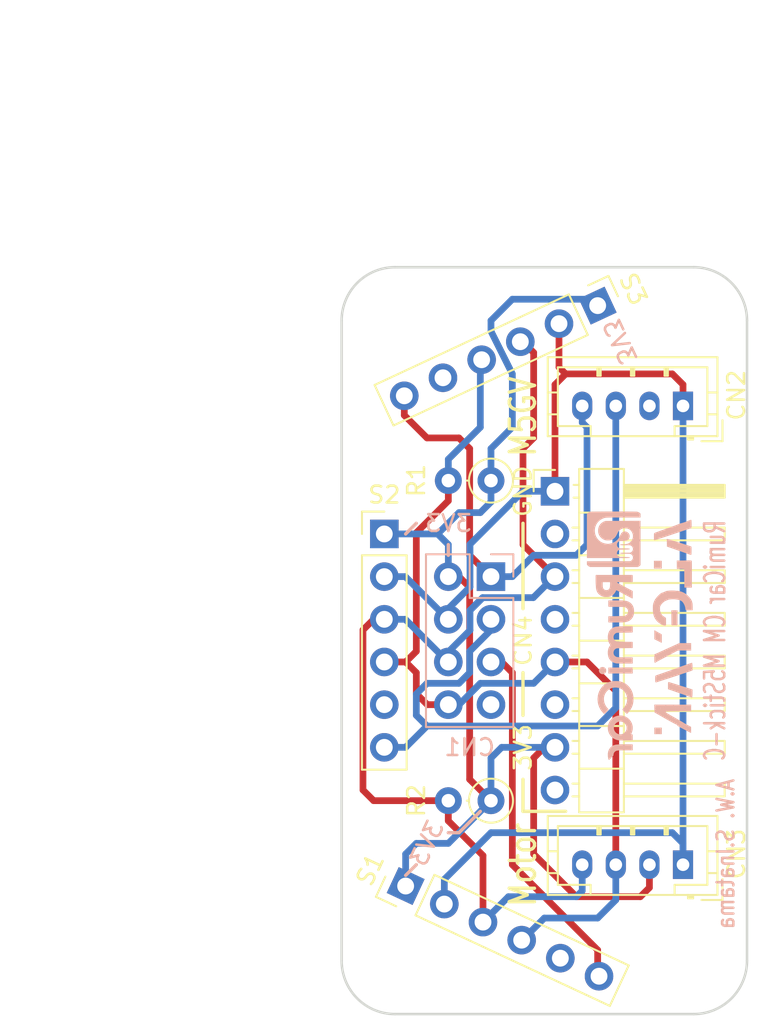
<source format=kicad_pcb>
(kicad_pcb (version 4) (host pcbnew 4.0.7)

  (general
    (links 30)
    (no_connects 0)
    (area 60.884999 42.469999 85.165001 87.070001)
    (thickness 1.6)
    (drawings 29)
    (tracks 144)
    (zones 0)
    (modules 16)
    (nets 8)
  )

  (page A4)
  (layers
    (0 F.Cu signal)
    (31 B.Cu signal)
    (32 B.Adhes user)
    (33 F.Adhes user)
    (34 B.Paste user)
    (35 F.Paste user)
    (36 B.SilkS user)
    (37 F.SilkS user)
    (38 B.Mask user)
    (39 F.Mask user)
    (40 Dwgs.User user)
    (41 Cmts.User user)
    (42 Eco1.User user)
    (43 Eco2.User user)
    (44 Edge.Cuts user)
    (45 Margin user)
    (46 B.CrtYd user)
    (47 F.CrtYd user)
    (48 B.Fab user hide)
    (49 F.Fab user hide)
  )

  (setup
    (last_trace_width 0.25)
    (trace_clearance 0.2)
    (zone_clearance 0.508)
    (zone_45_only no)
    (trace_min 0.2)
    (segment_width 0.2)
    (edge_width 0.15)
    (via_size 0.6)
    (via_drill 0.4)
    (via_min_size 0.4)
    (via_min_drill 0.3)
    (uvia_size 0.3)
    (uvia_drill 0.1)
    (uvias_allowed no)
    (uvia_min_size 0.2)
    (uvia_min_drill 0.1)
    (pcb_text_width 0.3)
    (pcb_text_size 1.5 1.5)
    (mod_edge_width 0.15)
    (mod_text_size 1 1)
    (mod_text_width 0.15)
    (pad_size 1.524 1.524)
    (pad_drill 0.762)
    (pad_to_mask_clearance 0.2)
    (aux_axis_origin 0 0)
    (grid_origin 81.28 78.105)
    (visible_elements 7FFEFFFF)
    (pcbplotparams
      (layerselection 0x010f0_80000001)
      (usegerberextensions true)
      (excludeedgelayer true)
      (linewidth 0.100000)
      (plotframeref false)
      (viasonmask false)
      (mode 1)
      (useauxorigin false)
      (hpglpennumber 1)
      (hpglpenspeed 20)
      (hpglpendiameter 15)
      (hpglpenoverlay 2)
      (psnegative false)
      (psa4output false)
      (plotreference true)
      (plotvalue true)
      (plotinvisibletext false)
      (padsonsilk false)
      (subtractmaskfromsilk true)
      (outputformat 1)
      (mirror false)
      (drillshape 0)
      (scaleselection 1)
      (outputdirectory Gerber/))
  )

  (net 0 "")
  (net 1 SD0)
  (net 2 3V3m)
  (net 3 G32)
  (net 4 GND)
  (net 5 G33)
  (net 6 G00)
  (net 7 G26)

  (net_class Default "これは標準のネット クラスです。"
    (clearance 0.2)
    (trace_width 0.25)
    (via_dia 0.6)
    (via_drill 0.4)
    (uvia_dia 0.3)
    (uvia_drill 0.1)
  )

  (net_class Power ""
    (clearance 0.2)
    (trace_width 0.4)
    (via_dia 0.6)
    (via_drill 0.4)
    (uvia_dia 0.3)
    (uvia_drill 0.1)
    (add_net 3V3m)
    (add_net G00)
    (add_net G26)
    (add_net G32)
    (add_net G33)
    (add_net GND)
    (add_net SD0)
  )

  (module Pin_Headers:Pin_Header_Angled_1x08_Pitch2.54mm (layer F.Cu) (tedit 5EC3352E) (tstamp 5EBF8D7E)
    (at 73.66 55.88)
    (descr "Through hole angled pin header, 1x08, 2.54mm pitch, 6mm pin length, single row")
    (tags "Through hole angled pin header THT 1x08 2.54mm single row")
    (path /5EB90D02)
    (fp_text reference CN4 (at -1.905 8.89 90) (layer F.SilkS)
      (effects (font (size 1 1) (thickness 0.15)))
    )
    (fp_text value Conn_01x08 (at 4.385 20.05) (layer F.Fab)
      (effects (font (size 1 1) (thickness 0.15)))
    )
    (fp_line (start 2.135 -1.27) (end 4.04 -1.27) (layer F.Fab) (width 0.1))
    (fp_line (start 4.04 -1.27) (end 4.04 19.05) (layer F.Fab) (width 0.1))
    (fp_line (start 4.04 19.05) (end 1.5 19.05) (layer F.Fab) (width 0.1))
    (fp_line (start 1.5 19.05) (end 1.5 -0.635) (layer F.Fab) (width 0.1))
    (fp_line (start 1.5 -0.635) (end 2.135 -1.27) (layer F.Fab) (width 0.1))
    (fp_line (start -0.32 -0.32) (end 1.5 -0.32) (layer F.Fab) (width 0.1))
    (fp_line (start -0.32 -0.32) (end -0.32 0.32) (layer F.Fab) (width 0.1))
    (fp_line (start -0.32 0.32) (end 1.5 0.32) (layer F.Fab) (width 0.1))
    (fp_line (start 4.04 -0.32) (end 10.04 -0.32) (layer F.Fab) (width 0.1))
    (fp_line (start 10.04 -0.32) (end 10.04 0.32) (layer F.Fab) (width 0.1))
    (fp_line (start 4.04 0.32) (end 10.04 0.32) (layer F.Fab) (width 0.1))
    (fp_line (start -0.32 2.22) (end 1.5 2.22) (layer F.Fab) (width 0.1))
    (fp_line (start -0.32 2.22) (end -0.32 2.86) (layer F.Fab) (width 0.1))
    (fp_line (start -0.32 2.86) (end 1.5 2.86) (layer F.Fab) (width 0.1))
    (fp_line (start 4.04 2.22) (end 10.04 2.22) (layer F.Fab) (width 0.1))
    (fp_line (start 10.04 2.22) (end 10.04 2.86) (layer F.Fab) (width 0.1))
    (fp_line (start 4.04 2.86) (end 10.04 2.86) (layer F.Fab) (width 0.1))
    (fp_line (start -0.32 4.76) (end 1.5 4.76) (layer F.Fab) (width 0.1))
    (fp_line (start -0.32 4.76) (end -0.32 5.4) (layer F.Fab) (width 0.1))
    (fp_line (start -0.32 5.4) (end 1.5 5.4) (layer F.Fab) (width 0.1))
    (fp_line (start 4.04 4.76) (end 10.04 4.76) (layer F.Fab) (width 0.1))
    (fp_line (start 10.04 4.76) (end 10.04 5.4) (layer F.Fab) (width 0.1))
    (fp_line (start 4.04 5.4) (end 10.04 5.4) (layer F.Fab) (width 0.1))
    (fp_line (start -0.32 7.3) (end 1.5 7.3) (layer F.Fab) (width 0.1))
    (fp_line (start -0.32 7.3) (end -0.32 7.94) (layer F.Fab) (width 0.1))
    (fp_line (start -0.32 7.94) (end 1.5 7.94) (layer F.Fab) (width 0.1))
    (fp_line (start 4.04 7.3) (end 10.04 7.3) (layer F.Fab) (width 0.1))
    (fp_line (start 10.04 7.3) (end 10.04 7.94) (layer F.Fab) (width 0.1))
    (fp_line (start 4.04 7.94) (end 10.04 7.94) (layer F.Fab) (width 0.1))
    (fp_line (start -0.32 9.84) (end 1.5 9.84) (layer F.Fab) (width 0.1))
    (fp_line (start -0.32 9.84) (end -0.32 10.48) (layer F.Fab) (width 0.1))
    (fp_line (start -0.32 10.48) (end 1.5 10.48) (layer F.Fab) (width 0.1))
    (fp_line (start 4.04 9.84) (end 10.04 9.84) (layer F.Fab) (width 0.1))
    (fp_line (start 10.04 9.84) (end 10.04 10.48) (layer F.Fab) (width 0.1))
    (fp_line (start 4.04 10.48) (end 10.04 10.48) (layer F.Fab) (width 0.1))
    (fp_line (start -0.32 12.38) (end 1.5 12.38) (layer F.Fab) (width 0.1))
    (fp_line (start -0.32 12.38) (end -0.32 13.02) (layer F.Fab) (width 0.1))
    (fp_line (start -0.32 13.02) (end 1.5 13.02) (layer F.Fab) (width 0.1))
    (fp_line (start 4.04 12.38) (end 10.04 12.38) (layer F.Fab) (width 0.1))
    (fp_line (start 10.04 12.38) (end 10.04 13.02) (layer F.Fab) (width 0.1))
    (fp_line (start 4.04 13.02) (end 10.04 13.02) (layer F.Fab) (width 0.1))
    (fp_line (start -0.32 14.92) (end 1.5 14.92) (layer F.Fab) (width 0.1))
    (fp_line (start -0.32 14.92) (end -0.32 15.56) (layer F.Fab) (width 0.1))
    (fp_line (start -0.32 15.56) (end 1.5 15.56) (layer F.Fab) (width 0.1))
    (fp_line (start 4.04 14.92) (end 10.04 14.92) (layer F.Fab) (width 0.1))
    (fp_line (start 10.04 14.92) (end 10.04 15.56) (layer F.Fab) (width 0.1))
    (fp_line (start 4.04 15.56) (end 10.04 15.56) (layer F.Fab) (width 0.1))
    (fp_line (start -0.32 17.46) (end 1.5 17.46) (layer F.Fab) (width 0.1))
    (fp_line (start -0.32 17.46) (end -0.32 18.1) (layer F.Fab) (width 0.1))
    (fp_line (start -0.32 18.1) (end 1.5 18.1) (layer F.Fab) (width 0.1))
    (fp_line (start 4.04 17.46) (end 10.04 17.46) (layer F.Fab) (width 0.1))
    (fp_line (start 10.04 17.46) (end 10.04 18.1) (layer F.Fab) (width 0.1))
    (fp_line (start 4.04 18.1) (end 10.04 18.1) (layer F.Fab) (width 0.1))
    (fp_line (start 1.44 -1.33) (end 1.44 19.11) (layer F.SilkS) (width 0.12))
    (fp_line (start 1.44 19.11) (end 4.1 19.11) (layer F.SilkS) (width 0.12))
    (fp_line (start 4.1 19.11) (end 4.1 -1.33) (layer F.SilkS) (width 0.12))
    (fp_line (start 4.1 -1.33) (end 1.44 -1.33) (layer F.SilkS) (width 0.12))
    (fp_line (start 4.1 -0.38) (end 10.1 -0.38) (layer F.SilkS) (width 0.12))
    (fp_line (start 10.1 -0.38) (end 10.1 0.38) (layer F.SilkS) (width 0.12))
    (fp_line (start 10.1 0.38) (end 4.1 0.38) (layer F.SilkS) (width 0.12))
    (fp_line (start 4.1 -0.32) (end 10.1 -0.32) (layer F.SilkS) (width 0.12))
    (fp_line (start 4.1 -0.2) (end 10.1 -0.2) (layer F.SilkS) (width 0.12))
    (fp_line (start 4.1 -0.08) (end 10.1 -0.08) (layer F.SilkS) (width 0.12))
    (fp_line (start 4.1 0.04) (end 10.1 0.04) (layer F.SilkS) (width 0.12))
    (fp_line (start 4.1 0.16) (end 10.1 0.16) (layer F.SilkS) (width 0.12))
    (fp_line (start 4.1 0.28) (end 10.1 0.28) (layer F.SilkS) (width 0.12))
    (fp_line (start 1.11 -0.38) (end 1.44 -0.38) (layer F.SilkS) (width 0.12))
    (fp_line (start 1.11 0.38) (end 1.44 0.38) (layer F.SilkS) (width 0.12))
    (fp_line (start 1.44 1.27) (end 4.1 1.27) (layer F.SilkS) (width 0.12))
    (fp_line (start 4.1 2.16) (end 10.1 2.16) (layer F.SilkS) (width 0.12))
    (fp_line (start 10.1 2.16) (end 10.1 2.92) (layer F.SilkS) (width 0.12))
    (fp_line (start 10.1 2.92) (end 4.1 2.92) (layer F.SilkS) (width 0.12))
    (fp_line (start 1.042929 2.16) (end 1.44 2.16) (layer F.SilkS) (width 0.12))
    (fp_line (start 1.042929 2.92) (end 1.44 2.92) (layer F.SilkS) (width 0.12))
    (fp_line (start 1.44 3.81) (end 4.1 3.81) (layer F.SilkS) (width 0.12))
    (fp_line (start 4.1 4.7) (end 10.1 4.7) (layer F.SilkS) (width 0.12))
    (fp_line (start 10.1 4.7) (end 10.1 5.46) (layer F.SilkS) (width 0.12))
    (fp_line (start 10.1 5.46) (end 4.1 5.46) (layer F.SilkS) (width 0.12))
    (fp_line (start 1.042929 4.7) (end 1.44 4.7) (layer F.SilkS) (width 0.12))
    (fp_line (start 1.042929 5.46) (end 1.44 5.46) (layer F.SilkS) (width 0.12))
    (fp_line (start 1.44 6.35) (end 4.1 6.35) (layer F.SilkS) (width 0.12))
    (fp_line (start 4.1 7.24) (end 10.1 7.24) (layer F.SilkS) (width 0.12))
    (fp_line (start 10.1 7.24) (end 10.1 8) (layer F.SilkS) (width 0.12))
    (fp_line (start 10.1 8) (end 4.1 8) (layer F.SilkS) (width 0.12))
    (fp_line (start 1.042929 7.24) (end 1.44 7.24) (layer F.SilkS) (width 0.12))
    (fp_line (start 1.042929 8) (end 1.44 8) (layer F.SilkS) (width 0.12))
    (fp_line (start 1.44 8.89) (end 4.1 8.89) (layer F.SilkS) (width 0.12))
    (fp_line (start 4.1 9.78) (end 10.1 9.78) (layer F.SilkS) (width 0.12))
    (fp_line (start 10.1 9.78) (end 10.1 10.54) (layer F.SilkS) (width 0.12))
    (fp_line (start 10.1 10.54) (end 4.1 10.54) (layer F.SilkS) (width 0.12))
    (fp_line (start 1.042929 9.78) (end 1.44 9.78) (layer F.SilkS) (width 0.12))
    (fp_line (start 1.042929 10.54) (end 1.44 10.54) (layer F.SilkS) (width 0.12))
    (fp_line (start 1.44 11.43) (end 4.1 11.43) (layer F.SilkS) (width 0.12))
    (fp_line (start 4.1 12.32) (end 10.1 12.32) (layer F.SilkS) (width 0.12))
    (fp_line (start 10.1 12.32) (end 10.1 13.08) (layer F.SilkS) (width 0.12))
    (fp_line (start 10.1 13.08) (end 4.1 13.08) (layer F.SilkS) (width 0.12))
    (fp_line (start 1.042929 12.32) (end 1.44 12.32) (layer F.SilkS) (width 0.12))
    (fp_line (start 1.042929 13.08) (end 1.44 13.08) (layer F.SilkS) (width 0.12))
    (fp_line (start 1.44 13.97) (end 4.1 13.97) (layer F.SilkS) (width 0.12))
    (fp_line (start 4.1 14.86) (end 10.1 14.86) (layer F.SilkS) (width 0.12))
    (fp_line (start 10.1 14.86) (end 10.1 15.62) (layer F.SilkS) (width 0.12))
    (fp_line (start 10.1 15.62) (end 4.1 15.62) (layer F.SilkS) (width 0.12))
    (fp_line (start 1.042929 14.86) (end 1.44 14.86) (layer F.SilkS) (width 0.12))
    (fp_line (start 1.042929 15.62) (end 1.44 15.62) (layer F.SilkS) (width 0.12))
    (fp_line (start 1.44 16.51) (end 4.1 16.51) (layer F.SilkS) (width 0.12))
    (fp_line (start 4.1 17.4) (end 10.1 17.4) (layer F.SilkS) (width 0.12))
    (fp_line (start 10.1 17.4) (end 10.1 18.16) (layer F.SilkS) (width 0.12))
    (fp_line (start 10.1 18.16) (end 4.1 18.16) (layer F.SilkS) (width 0.12))
    (fp_line (start 1.042929 17.4) (end 1.44 17.4) (layer F.SilkS) (width 0.12))
    (fp_line (start 1.042929 18.16) (end 1.44 18.16) (layer F.SilkS) (width 0.12))
    (fp_line (start -1.27 0) (end -1.27 -1.27) (layer F.SilkS) (width 0.12))
    (fp_line (start -1.27 -1.27) (end 0 -1.27) (layer F.SilkS) (width 0.12))
    (fp_line (start -1.8 -1.8) (end -1.8 19.55) (layer F.CrtYd) (width 0.05))
    (fp_line (start -1.8 19.55) (end 10.55 19.55) (layer F.CrtYd) (width 0.05))
    (fp_line (start 10.55 19.55) (end 10.55 -1.8) (layer F.CrtYd) (width 0.05))
    (fp_line (start 10.55 -1.8) (end -1.8 -1.8) (layer F.CrtYd) (width 0.05))
    (fp_text user %R (at 2.77 8.89 90) (layer F.Fab)
      (effects (font (size 1 1) (thickness 0.15)))
    )
    (pad 1 thru_hole rect (at 0 0) (size 1.7 1.7) (drill 1) (layers *.Cu *.Mask)
      (net 4 GND))
    (pad 2 thru_hole oval (at 0 2.54) (size 1.7 1.7) (drill 1) (layers *.Cu *.Mask))
    (pad 3 thru_hole oval (at 0 5.08) (size 1.7 1.7) (drill 1) (layers *.Cu *.Mask)
      (net 7 G26))
    (pad 4 thru_hole oval (at 0 7.62) (size 1.7 1.7) (drill 1) (layers *.Cu *.Mask))
    (pad 5 thru_hole oval (at 0 10.16) (size 1.7 1.7) (drill 1) (layers *.Cu *.Mask)
      (net 6 G00))
    (pad 6 thru_hole oval (at 0 12.7) (size 1.7 1.7) (drill 1) (layers *.Cu *.Mask))
    (pad 7 thru_hole oval (at 0 15.24) (size 1.7 1.7) (drill 1) (layers *.Cu *.Mask)
      (net 2 3V3m))
    (pad 8 thru_hole oval (at 0 17.78) (size 1.7 1.7) (drill 1) (layers *.Cu *.Mask))
    (model ${KISYS3DMOD}/Pin_Headers.3dshapes/Pin_Header_Angled_1x08_Pitch2.54mm.wrl
      (at (xyz 0 0 0))
      (scale (xyz 1 1 1))
      (rotate (xyz 0 0 0))
    )
  )

  (module Pin_Headers:Pin_Header_Straight_2x04_Pitch2.54mm (layer B.Cu) (tedit 5ECD134A) (tstamp 5EBF8D62)
    (at 69.85 60.96 180)
    (descr "Through hole straight pin header, 2x04, 2.54mm pitch, double rows")
    (tags "Through hole pin header THT 2x04 2.54mm double row")
    (path /5EB908D8)
    (fp_text reference CN1 (at 1.27 -10.16 180) (layer B.SilkS)
      (effects (font (size 1 1) (thickness 0.15)) (justify mirror))
    )
    (fp_text value Conn_02x04_Odd_Even (at 1.27 -9.95 180) (layer B.Fab)
      (effects (font (size 1 1) (thickness 0.15)) (justify mirror))
    )
    (fp_line (start 0 1.27) (end 3.81 1.27) (layer B.Fab) (width 0.1))
    (fp_line (start 3.81 1.27) (end 3.81 -8.89) (layer B.Fab) (width 0.1))
    (fp_line (start 3.81 -8.89) (end -1.27 -8.89) (layer B.Fab) (width 0.1))
    (fp_line (start -1.27 -8.89) (end -1.27 0) (layer B.Fab) (width 0.1))
    (fp_line (start -1.27 0) (end 0 1.27) (layer B.Fab) (width 0.1))
    (fp_line (start -1.33 -8.95) (end 3.87 -8.95) (layer B.SilkS) (width 0.12))
    (fp_line (start -1.33 -1.27) (end -1.33 -8.95) (layer B.SilkS) (width 0.12))
    (fp_line (start 3.87 1.33) (end 3.87 -8.95) (layer B.SilkS) (width 0.12))
    (fp_line (start -1.33 -1.27) (end 1.27 -1.27) (layer B.SilkS) (width 0.12))
    (fp_line (start 1.27 -1.27) (end 1.27 1.33) (layer B.SilkS) (width 0.12))
    (fp_line (start 1.27 1.33) (end 3.87 1.33) (layer B.SilkS) (width 0.12))
    (fp_line (start -1.33 0) (end -1.33 1.33) (layer B.SilkS) (width 0.12))
    (fp_line (start -1.33 1.33) (end 0 1.33) (layer B.SilkS) (width 0.12))
    (fp_line (start -1.8 1.8) (end -1.8 -9.4) (layer B.CrtYd) (width 0.05))
    (fp_line (start -1.8 -9.4) (end 4.35 -9.4) (layer B.CrtYd) (width 0.05))
    (fp_line (start 4.35 -9.4) (end 4.35 1.8) (layer B.CrtYd) (width 0.05))
    (fp_line (start 4.35 1.8) (end -1.8 1.8) (layer B.CrtYd) (width 0.05))
    (fp_text user %R (at 1.27 -3.81 450) (layer B.Fab)
      (effects (font (size 1 1) (thickness 0.15)) (justify mirror))
    )
    (pad 1 thru_hole rect (at 0 0 180) (size 1.7 1.7) (drill 1) (layers *.Cu *.Mask)
      (net 5 G33))
    (pad 2 thru_hole oval (at 2.54 0 180) (size 1.7 1.7) (drill 1) (layers *.Cu *.Mask)
      (net 2 3V3m))
    (pad 3 thru_hole oval (at 0 -2.54 180) (size 1.7 1.7) (drill 1) (layers *.Cu *.Mask)
      (net 3 G32))
    (pad 4 thru_hole oval (at 2.54 -2.54 180) (size 1.7 1.7) (drill 1) (layers *.Cu *.Mask)
      (net 4 GND))
    (pad 5 thru_hole oval (at 0 -5.08 180) (size 1.7 1.7) (drill 1) (layers *.Cu *.Mask)
      (net 1 SD0))
    (pad 6 thru_hole oval (at 2.54 -5.08 180) (size 1.7 1.7) (drill 1) (layers *.Cu *.Mask)
      (net 7 G26))
    (pad 7 thru_hole oval (at 0 -7.62 180) (size 1.7 1.7) (drill 1) (layers *.Cu *.Mask))
    (pad 8 thru_hole oval (at 2.54 -7.62 180) (size 1.7 1.7) (drill 1) (layers *.Cu *.Mask)
      (net 6 G00))
    (model ${KISYS3DMOD}/Pin_Headers.3dshapes/Pin_Header_Straight_2x04_Pitch2.54mm.wrl
      (at (xyz 0 0 0))
      (scale (xyz 1 1 1))
      (rotate (xyz 0 0 0))
    )
  )

  (module Connectors_JST:JST_PH_B4B-PH-K_04x2.00mm_Straight (layer F.Cu) (tedit 5EBF9706) (tstamp 5EBF8D6A)
    (at 81.28 50.8 180)
    (descr "JST PH series connector, B4B-PH-K, top entry type, through hole, Datasheet: http://www.jst-mfg.com/product/pdf/eng/ePH.pdf")
    (tags "connector jst ph")
    (path /5EB90DFE)
    (fp_text reference CN2 (at -3.175 0.635 270) (layer F.SilkS)
      (effects (font (size 1 1) (thickness 0.15)))
    )
    (fp_text value Conn_01x04 (at 3 3.8 180) (layer F.Fab)
      (effects (font (size 1 1) (thickness 0.15)))
    )
    (fp_line (start -2.05 -1.8) (end -2.05 2.9) (layer F.SilkS) (width 0.12))
    (fp_line (start -2.05 2.9) (end 8.05 2.9) (layer F.SilkS) (width 0.12))
    (fp_line (start 8.05 2.9) (end 8.05 -1.8) (layer F.SilkS) (width 0.12))
    (fp_line (start 8.05 -1.8) (end -2.05 -1.8) (layer F.SilkS) (width 0.12))
    (fp_line (start 0.5 -1.8) (end 0.5 -1.2) (layer F.SilkS) (width 0.12))
    (fp_line (start 0.5 -1.2) (end -1.45 -1.2) (layer F.SilkS) (width 0.12))
    (fp_line (start -1.45 -1.2) (end -1.45 2.3) (layer F.SilkS) (width 0.12))
    (fp_line (start -1.45 2.3) (end 7.45 2.3) (layer F.SilkS) (width 0.12))
    (fp_line (start 7.45 2.3) (end 7.45 -1.2) (layer F.SilkS) (width 0.12))
    (fp_line (start 7.45 -1.2) (end 5.5 -1.2) (layer F.SilkS) (width 0.12))
    (fp_line (start 5.5 -1.2) (end 5.5 -1.8) (layer F.SilkS) (width 0.12))
    (fp_line (start -2.05 -0.5) (end -1.45 -0.5) (layer F.SilkS) (width 0.12))
    (fp_line (start -2.05 0.8) (end -1.45 0.8) (layer F.SilkS) (width 0.12))
    (fp_line (start 8.05 -0.5) (end 7.45 -0.5) (layer F.SilkS) (width 0.12))
    (fp_line (start 8.05 0.8) (end 7.45 0.8) (layer F.SilkS) (width 0.12))
    (fp_line (start -0.3 -1.8) (end -0.3 -2) (layer F.SilkS) (width 0.12))
    (fp_line (start -0.3 -2) (end -0.6 -2) (layer F.SilkS) (width 0.12))
    (fp_line (start -0.6 -2) (end -0.6 -1.8) (layer F.SilkS) (width 0.12))
    (fp_line (start -0.3 -1.9) (end -0.6 -1.9) (layer F.SilkS) (width 0.12))
    (fp_line (start 0.9 2.3) (end 0.9 1.8) (layer F.SilkS) (width 0.12))
    (fp_line (start 0.9 1.8) (end 1.1 1.8) (layer F.SilkS) (width 0.12))
    (fp_line (start 1.1 1.8) (end 1.1 2.3) (layer F.SilkS) (width 0.12))
    (fp_line (start 1 2.3) (end 1 1.8) (layer F.SilkS) (width 0.12))
    (fp_line (start 2.9 2.3) (end 2.9 1.8) (layer F.SilkS) (width 0.12))
    (fp_line (start 2.9 1.8) (end 3.1 1.8) (layer F.SilkS) (width 0.12))
    (fp_line (start 3.1 1.8) (end 3.1 2.3) (layer F.SilkS) (width 0.12))
    (fp_line (start 3 2.3) (end 3 1.8) (layer F.SilkS) (width 0.12))
    (fp_line (start 4.9 2.3) (end 4.9 1.8) (layer F.SilkS) (width 0.12))
    (fp_line (start 4.9 1.8) (end 5.1 1.8) (layer F.SilkS) (width 0.12))
    (fp_line (start 5.1 1.8) (end 5.1 2.3) (layer F.SilkS) (width 0.12))
    (fp_line (start 5 2.3) (end 5 1.8) (layer F.SilkS) (width 0.12))
    (fp_line (start -1.1 -2.1) (end -2.35 -2.1) (layer F.SilkS) (width 0.12))
    (fp_line (start -2.35 -2.1) (end -2.35 -0.85) (layer F.SilkS) (width 0.12))
    (fp_line (start -1.1 -2.1) (end -2.35 -2.1) (layer F.Fab) (width 0.1))
    (fp_line (start -2.35 -2.1) (end -2.35 -0.85) (layer F.Fab) (width 0.1))
    (fp_line (start -1.95 -1.7) (end -1.95 2.8) (layer F.Fab) (width 0.1))
    (fp_line (start -1.95 2.8) (end 7.95 2.8) (layer F.Fab) (width 0.1))
    (fp_line (start 7.95 2.8) (end 7.95 -1.7) (layer F.Fab) (width 0.1))
    (fp_line (start 7.95 -1.7) (end -1.95 -1.7) (layer F.Fab) (width 0.1))
    (fp_line (start -2.45 -2.2) (end -2.45 3.3) (layer F.CrtYd) (width 0.05))
    (fp_line (start -2.45 3.3) (end 8.45 3.3) (layer F.CrtYd) (width 0.05))
    (fp_line (start 8.45 3.3) (end 8.45 -2.2) (layer F.CrtYd) (width 0.05))
    (fp_line (start 8.45 -2.2) (end -2.45 -2.2) (layer F.CrtYd) (width 0.05))
    (fp_text user %R (at 3 1.5 180) (layer F.Fab)
      (effects (font (size 1 1) (thickness 0.15)))
    )
    (pad 1 thru_hole rect (at 0 0 180) (size 1.2 1.7) (drill 0.75) (layers *.Cu *.Mask)
      (net 4 GND))
    (pad 2 thru_hole oval (at 2 0 180) (size 1.2 1.7) (drill 0.75) (layers *.Cu *.Mask))
    (pad 3 thru_hole oval (at 4 0 180) (size 1.2 1.7) (drill 0.75) (layers *.Cu *.Mask)
      (net 3 G32))
    (pad 4 thru_hole oval (at 6 0 180) (size 1.2 1.7) (drill 0.75) (layers *.Cu *.Mask)
      (net 5 G33))
    (model ${KISYS3DMOD}/Connectors_JST.3dshapes/JST_PH_B4B-PH-K_04x2.00mm_Straight.wrl
      (at (xyz 0 0 0))
      (scale (xyz 1 1 1))
      (rotate (xyz 0 0 0))
    )
  )

  (module Connectors_JST:JST_PH_B4B-PH-K_04x2.00mm_Straight (layer F.Cu) (tedit 5EBF9711) (tstamp 5EBF8D72)
    (at 81.28 78.105 180)
    (descr "JST PH series connector, B4B-PH-K, top entry type, through hole, Datasheet: http://www.jst-mfg.com/product/pdf/eng/ePH.pdf")
    (tags "connector jst ph")
    (path /5EB915D8)
    (fp_text reference CN3 (at -3.175 0.635 270) (layer F.SilkS)
      (effects (font (size 1 1) (thickness 0.15)))
    )
    (fp_text value Conn_01x04 (at 3 3.8 180) (layer F.Fab)
      (effects (font (size 1 1) (thickness 0.15)))
    )
    (fp_line (start -2.05 -1.8) (end -2.05 2.9) (layer F.SilkS) (width 0.12))
    (fp_line (start -2.05 2.9) (end 8.05 2.9) (layer F.SilkS) (width 0.12))
    (fp_line (start 8.05 2.9) (end 8.05 -1.8) (layer F.SilkS) (width 0.12))
    (fp_line (start 8.05 -1.8) (end -2.05 -1.8) (layer F.SilkS) (width 0.12))
    (fp_line (start 0.5 -1.8) (end 0.5 -1.2) (layer F.SilkS) (width 0.12))
    (fp_line (start 0.5 -1.2) (end -1.45 -1.2) (layer F.SilkS) (width 0.12))
    (fp_line (start -1.45 -1.2) (end -1.45 2.3) (layer F.SilkS) (width 0.12))
    (fp_line (start -1.45 2.3) (end 7.45 2.3) (layer F.SilkS) (width 0.12))
    (fp_line (start 7.45 2.3) (end 7.45 -1.2) (layer F.SilkS) (width 0.12))
    (fp_line (start 7.45 -1.2) (end 5.5 -1.2) (layer F.SilkS) (width 0.12))
    (fp_line (start 5.5 -1.2) (end 5.5 -1.8) (layer F.SilkS) (width 0.12))
    (fp_line (start -2.05 -0.5) (end -1.45 -0.5) (layer F.SilkS) (width 0.12))
    (fp_line (start -2.05 0.8) (end -1.45 0.8) (layer F.SilkS) (width 0.12))
    (fp_line (start 8.05 -0.5) (end 7.45 -0.5) (layer F.SilkS) (width 0.12))
    (fp_line (start 8.05 0.8) (end 7.45 0.8) (layer F.SilkS) (width 0.12))
    (fp_line (start -0.3 -1.8) (end -0.3 -2) (layer F.SilkS) (width 0.12))
    (fp_line (start -0.3 -2) (end -0.6 -2) (layer F.SilkS) (width 0.12))
    (fp_line (start -0.6 -2) (end -0.6 -1.8) (layer F.SilkS) (width 0.12))
    (fp_line (start -0.3 -1.9) (end -0.6 -1.9) (layer F.SilkS) (width 0.12))
    (fp_line (start 0.9 2.3) (end 0.9 1.8) (layer F.SilkS) (width 0.12))
    (fp_line (start 0.9 1.8) (end 1.1 1.8) (layer F.SilkS) (width 0.12))
    (fp_line (start 1.1 1.8) (end 1.1 2.3) (layer F.SilkS) (width 0.12))
    (fp_line (start 1 2.3) (end 1 1.8) (layer F.SilkS) (width 0.12))
    (fp_line (start 2.9 2.3) (end 2.9 1.8) (layer F.SilkS) (width 0.12))
    (fp_line (start 2.9 1.8) (end 3.1 1.8) (layer F.SilkS) (width 0.12))
    (fp_line (start 3.1 1.8) (end 3.1 2.3) (layer F.SilkS) (width 0.12))
    (fp_line (start 3 2.3) (end 3 1.8) (layer F.SilkS) (width 0.12))
    (fp_line (start 4.9 2.3) (end 4.9 1.8) (layer F.SilkS) (width 0.12))
    (fp_line (start 4.9 1.8) (end 5.1 1.8) (layer F.SilkS) (width 0.12))
    (fp_line (start 5.1 1.8) (end 5.1 2.3) (layer F.SilkS) (width 0.12))
    (fp_line (start 5 2.3) (end 5 1.8) (layer F.SilkS) (width 0.12))
    (fp_line (start -1.1 -2.1) (end -2.35 -2.1) (layer F.SilkS) (width 0.12))
    (fp_line (start -2.35 -2.1) (end -2.35 -0.85) (layer F.SilkS) (width 0.12))
    (fp_line (start -1.1 -2.1) (end -2.35 -2.1) (layer F.Fab) (width 0.1))
    (fp_line (start -2.35 -2.1) (end -2.35 -0.85) (layer F.Fab) (width 0.1))
    (fp_line (start -1.95 -1.7) (end -1.95 2.8) (layer F.Fab) (width 0.1))
    (fp_line (start -1.95 2.8) (end 7.95 2.8) (layer F.Fab) (width 0.1))
    (fp_line (start 7.95 2.8) (end 7.95 -1.7) (layer F.Fab) (width 0.1))
    (fp_line (start 7.95 -1.7) (end -1.95 -1.7) (layer F.Fab) (width 0.1))
    (fp_line (start -2.45 -2.2) (end -2.45 3.3) (layer F.CrtYd) (width 0.05))
    (fp_line (start -2.45 3.3) (end 8.45 3.3) (layer F.CrtYd) (width 0.05))
    (fp_line (start 8.45 3.3) (end 8.45 -2.2) (layer F.CrtYd) (width 0.05))
    (fp_line (start 8.45 -2.2) (end -2.45 -2.2) (layer F.CrtYd) (width 0.05))
    (fp_text user %R (at 3 1.5 180) (layer F.Fab)
      (effects (font (size 1 1) (thickness 0.15)))
    )
    (pad 1 thru_hole rect (at 0 0 180) (size 1.2 1.7) (drill 0.75) (layers *.Cu *.Mask)
      (net 4 GND))
    (pad 2 thru_hole oval (at 2 0 180) (size 1.2 1.7) (drill 0.75) (layers *.Cu *.Mask)
      (net 2 3V3m))
    (pad 3 thru_hole oval (at 4 0 180) (size 1.2 1.7) (drill 0.75) (layers *.Cu *.Mask)
      (net 6 G00))
    (pad 4 thru_hole oval (at 6 0 180) (size 1.2 1.7) (drill 0.75) (layers *.Cu *.Mask)
      (net 7 G26))
    (model ${KISYS3DMOD}/Connectors_JST.3dshapes/JST_PH_B4B-PH-K_04x2.00mm_Straight.wrl
      (at (xyz 0 0 0))
      (scale (xyz 1 1 1))
      (rotate (xyz 0 0 0))
    )
  )

  (module Pin_Headers:Pin_Header_Straight_1x06_Pitch2.54mm (layer F.Cu) (tedit 59650532) (tstamp 5EBF8D88)
    (at 64.77 79.375 65)
    (descr "Through hole straight pin header, 1x06, 2.54mm pitch, single row")
    (tags "Through hole pin header THT 1x06 2.54mm single row")
    (path /5EB9082C)
    (fp_text reference S1 (at 0 -2.33 65) (layer F.SilkS)
      (effects (font (size 1 1) (thickness 0.15)))
    )
    (fp_text value Conn_01x06 (at 0 15.03 65) (layer F.Fab)
      (effects (font (size 1 1) (thickness 0.15)))
    )
    (fp_line (start -0.635 -1.27) (end 1.27 -1.27) (layer F.Fab) (width 0.1))
    (fp_line (start 1.27 -1.27) (end 1.27 13.97) (layer F.Fab) (width 0.1))
    (fp_line (start 1.27 13.97) (end -1.27 13.97) (layer F.Fab) (width 0.1))
    (fp_line (start -1.27 13.97) (end -1.27 -0.635) (layer F.Fab) (width 0.1))
    (fp_line (start -1.27 -0.635) (end -0.635 -1.27) (layer F.Fab) (width 0.1))
    (fp_line (start -1.33 14.03) (end 1.33 14.03) (layer F.SilkS) (width 0.12))
    (fp_line (start -1.33 1.27) (end -1.33 14.03) (layer F.SilkS) (width 0.12))
    (fp_line (start 1.33 1.27) (end 1.33 14.03) (layer F.SilkS) (width 0.12))
    (fp_line (start -1.33 1.27) (end 1.33 1.27) (layer F.SilkS) (width 0.12))
    (fp_line (start -1.33 0) (end -1.33 -1.33) (layer F.SilkS) (width 0.12))
    (fp_line (start -1.33 -1.33) (end 0 -1.33) (layer F.SilkS) (width 0.12))
    (fp_line (start -1.8 -1.8) (end -1.8 14.5) (layer F.CrtYd) (width 0.05))
    (fp_line (start -1.8 14.5) (end 1.8 14.5) (layer F.CrtYd) (width 0.05))
    (fp_line (start 1.8 14.5) (end 1.8 -1.8) (layer F.CrtYd) (width 0.05))
    (fp_line (start 1.8 -1.8) (end -1.8 -1.8) (layer F.CrtYd) (width 0.05))
    (fp_text user %R (at 0 6.35 155) (layer F.Fab)
      (effects (font (size 1 1) (thickness 0.15)))
    )
    (pad 1 thru_hole rect (at 0 0 65) (size 1.7 1.7) (drill 1) (layers *.Cu *.Mask)
      (net 2 3V3m))
    (pad 2 thru_hole oval (at 0 2.54 65) (size 1.7 1.7) (drill 1) (layers *.Cu *.Mask)
      (net 4 GND))
    (pad 3 thru_hole oval (at 0 5.08 65) (size 1.7 1.7) (drill 1) (layers *.Cu *.Mask)
      (net 7 G26))
    (pad 4 thru_hole oval (at 0 7.62 65) (size 1.7 1.7) (drill 1) (layers *.Cu *.Mask)
      (net 6 G00))
    (pad 5 thru_hole oval (at 0 10.16 65) (size 1.7 1.7) (drill 1) (layers *.Cu *.Mask))
    (pad 6 thru_hole oval (at 0 12.7 65) (size 1.7 1.7) (drill 1) (layers *.Cu *.Mask)
      (net 1 SD0))
    (model ${KISYS3DMOD}/Pin_Headers.3dshapes/Pin_Header_Straight_1x06_Pitch2.54mm.wrl
      (at (xyz 0 0 0))
      (scale (xyz 1 1 1))
      (rotate (xyz 0 0 0))
    )
  )

  (module Pin_Headers:Pin_Header_Straight_1x06_Pitch2.54mm (layer F.Cu) (tedit 59650532) (tstamp 5EBF8D92)
    (at 63.5 58.42)
    (descr "Through hole straight pin header, 1x06, 2.54mm pitch, single row")
    (tags "Through hole pin header THT 1x06 2.54mm single row")
    (path /5EB9088C)
    (fp_text reference S2 (at 0 -2.33) (layer F.SilkS)
      (effects (font (size 1 1) (thickness 0.15)))
    )
    (fp_text value Conn_01x06 (at 0 15.03) (layer F.Fab)
      (effects (font (size 1 1) (thickness 0.15)))
    )
    (fp_line (start -0.635 -1.27) (end 1.27 -1.27) (layer F.Fab) (width 0.1))
    (fp_line (start 1.27 -1.27) (end 1.27 13.97) (layer F.Fab) (width 0.1))
    (fp_line (start 1.27 13.97) (end -1.27 13.97) (layer F.Fab) (width 0.1))
    (fp_line (start -1.27 13.97) (end -1.27 -0.635) (layer F.Fab) (width 0.1))
    (fp_line (start -1.27 -0.635) (end -0.635 -1.27) (layer F.Fab) (width 0.1))
    (fp_line (start -1.33 14.03) (end 1.33 14.03) (layer F.SilkS) (width 0.12))
    (fp_line (start -1.33 1.27) (end -1.33 14.03) (layer F.SilkS) (width 0.12))
    (fp_line (start 1.33 1.27) (end 1.33 14.03) (layer F.SilkS) (width 0.12))
    (fp_line (start -1.33 1.27) (end 1.33 1.27) (layer F.SilkS) (width 0.12))
    (fp_line (start -1.33 0) (end -1.33 -1.33) (layer F.SilkS) (width 0.12))
    (fp_line (start -1.33 -1.33) (end 0 -1.33) (layer F.SilkS) (width 0.12))
    (fp_line (start -1.8 -1.8) (end -1.8 14.5) (layer F.CrtYd) (width 0.05))
    (fp_line (start -1.8 14.5) (end 1.8 14.5) (layer F.CrtYd) (width 0.05))
    (fp_line (start 1.8 14.5) (end 1.8 -1.8) (layer F.CrtYd) (width 0.05))
    (fp_line (start 1.8 -1.8) (end -1.8 -1.8) (layer F.CrtYd) (width 0.05))
    (fp_text user %R (at 0 6.35 90) (layer F.Fab)
      (effects (font (size 1 1) (thickness 0.15)))
    )
    (pad 1 thru_hole rect (at 0 0) (size 1.7 1.7) (drill 1) (layers *.Cu *.Mask)
      (net 2 3V3m))
    (pad 2 thru_hole oval (at 0 2.54) (size 1.7 1.7) (drill 1) (layers *.Cu *.Mask)
      (net 4 GND))
    (pad 3 thru_hole oval (at 0 5.08) (size 1.7 1.7) (drill 1) (layers *.Cu *.Mask)
      (net 7 G26))
    (pad 4 thru_hole oval (at 0 7.62) (size 1.7 1.7) (drill 1) (layers *.Cu *.Mask)
      (net 6 G00))
    (pad 5 thru_hole oval (at 0 10.16) (size 1.7 1.7) (drill 1) (layers *.Cu *.Mask))
    (pad 6 thru_hole oval (at 0 12.7) (size 1.7 1.7) (drill 1) (layers *.Cu *.Mask)
      (net 3 G32))
    (model ${KISYS3DMOD}/Pin_Headers.3dshapes/Pin_Header_Straight_1x06_Pitch2.54mm.wrl
      (at (xyz 0 0 0))
      (scale (xyz 1 1 1))
      (rotate (xyz 0 0 0))
    )
  )

  (module Pin_Headers:Pin_Header_Straight_1x06_Pitch2.54mm (layer F.Cu) (tedit 59650532) (tstamp 5EBF8D9C)
    (at 76.2 44.831 295)
    (descr "Through hole straight pin header, 1x06, 2.54mm pitch, single row")
    (tags "Through hole pin header THT 1x06 2.54mm single row")
    (path /5EB908B2)
    (fp_text reference S3 (at 0 -2.33 295) (layer F.SilkS)
      (effects (font (size 1 1) (thickness 0.15)))
    )
    (fp_text value Conn_01x06 (at 0 15.03 295) (layer F.Fab)
      (effects (font (size 1 1) (thickness 0.15)))
    )
    (fp_line (start -0.635 -1.27) (end 1.27 -1.27) (layer F.Fab) (width 0.1))
    (fp_line (start 1.27 -1.27) (end 1.27 13.97) (layer F.Fab) (width 0.1))
    (fp_line (start 1.27 13.97) (end -1.27 13.97) (layer F.Fab) (width 0.1))
    (fp_line (start -1.27 13.97) (end -1.27 -0.635) (layer F.Fab) (width 0.1))
    (fp_line (start -1.27 -0.635) (end -0.635 -1.27) (layer F.Fab) (width 0.1))
    (fp_line (start -1.33 14.03) (end 1.33 14.03) (layer F.SilkS) (width 0.12))
    (fp_line (start -1.33 1.27) (end -1.33 14.03) (layer F.SilkS) (width 0.12))
    (fp_line (start 1.33 1.27) (end 1.33 14.03) (layer F.SilkS) (width 0.12))
    (fp_line (start -1.33 1.27) (end 1.33 1.27) (layer F.SilkS) (width 0.12))
    (fp_line (start -1.33 0) (end -1.33 -1.33) (layer F.SilkS) (width 0.12))
    (fp_line (start -1.33 -1.33) (end 0 -1.33) (layer F.SilkS) (width 0.12))
    (fp_line (start -1.8 -1.8) (end -1.8 14.5) (layer F.CrtYd) (width 0.05))
    (fp_line (start -1.8 14.5) (end 1.8 14.5) (layer F.CrtYd) (width 0.05))
    (fp_line (start 1.8 14.5) (end 1.8 -1.8) (layer F.CrtYd) (width 0.05))
    (fp_line (start 1.8 -1.8) (end -1.8 -1.8) (layer F.CrtYd) (width 0.05))
    (fp_text user %R (at 0 6.35 385) (layer F.Fab)
      (effects (font (size 1 1) (thickness 0.15)))
    )
    (pad 1 thru_hole rect (at 0 0 295) (size 1.7 1.7) (drill 1) (layers *.Cu *.Mask)
      (net 2 3V3m))
    (pad 2 thru_hole oval (at 0 2.54 295) (size 1.7 1.7) (drill 1) (layers *.Cu *.Mask)
      (net 4 GND))
    (pad 3 thru_hole oval (at 0 5.08 295) (size 1.7 1.7) (drill 1) (layers *.Cu *.Mask)
      (net 7 G26))
    (pad 4 thru_hole oval (at 0 7.62 295) (size 1.7 1.7) (drill 1) (layers *.Cu *.Mask)
      (net 6 G00))
    (pad 5 thru_hole oval (at 0 10.16 295) (size 1.7 1.7) (drill 1) (layers *.Cu *.Mask))
    (pad 6 thru_hole oval (at 0 12.7 295) (size 1.7 1.7) (drill 1) (layers *.Cu *.Mask)
      (net 5 G33))
    (model ${KISYS3DMOD}/Pin_Headers.3dshapes/Pin_Header_Straight_1x06_Pitch2.54mm.wrl
      (at (xyz 0 0 0))
      (scale (xyz 1 1 1))
      (rotate (xyz 0 0 0))
    )
  )

  (module Mounting_Holes:MountingHole_3.5mm (layer F.Cu) (tedit 5EBF97DD) (tstamp 5EBF9586)
    (at 64.135 45.72)
    (descr "Mounting Hole 3.5mm, no annular")
    (tags "mounting hole 3.5mm no annular")
    (fp_text reference H1 (at 0 0) (layer F.SilkS) hide
      (effects (font (size 1 1) (thickness 0.15)))
    )
    (fp_text value MountingHole_3.5mm (at 0 4.5) (layer F.Fab)
      (effects (font (size 1 1) (thickness 0.15)))
    )
    (fp_circle (center 0 0) (end 3.5 0) (layer Cmts.User) (width 0.15))
    (fp_circle (center 0 0) (end 3.75 0) (layer F.CrtYd) (width 0.05))
    (pad 1 np_thru_hole circle (at 0 0) (size 3.5 3.5) (drill 3.5) (layers *.Cu *.Mask))
  )

  (module Mounting_Holes:MountingHole_3.5mm (layer F.Cu) (tedit 5EBF9805) (tstamp 5EBF95CA)
    (at 81.915 45.72)
    (descr "Mounting Hole 3.5mm, no annular")
    (tags "mounting hole 3.5mm no annular")
    (fp_text reference H2 (at 0 0) (layer F.SilkS) hide
      (effects (font (size 1 1) (thickness 0.15)))
    )
    (fp_text value MountingHole_3.5mm (at 0 4.5) (layer F.Fab)
      (effects (font (size 1 1) (thickness 0.15)))
    )
    (fp_circle (center 0 0) (end 3.5 0) (layer Cmts.User) (width 0.15))
    (fp_circle (center 0 0) (end 3.75 0) (layer F.CrtYd) (width 0.05))
    (pad 1 np_thru_hole circle (at 0 0) (size 3.5 3.5) (drill 3.5) (layers *.Cu *.Mask))
  )

  (module Mounting_Holes:MountingHole_3.5mm (layer F.Cu) (tedit 5EBF9887) (tstamp 5EBF95EF)
    (at 64.135 83.82)
    (descr "Mounting Hole 3.5mm, no annular")
    (tags "mounting hole 3.5mm no annular")
    (fp_text reference H3 (at 0 -4.5) (layer F.SilkS) hide
      (effects (font (size 1 1) (thickness 0.15)))
    )
    (fp_text value MountingHole_3.5mm (at 0 4.5) (layer F.Fab)
      (effects (font (size 1 1) (thickness 0.15)))
    )
    (fp_circle (center 0 0) (end 3.5 0) (layer Cmts.User) (width 0.15))
    (fp_circle (center 0 0) (end 3.75 0) (layer F.CrtYd) (width 0.05))
    (pad 1 np_thru_hole circle (at 0 0) (size 3.5 3.5) (drill 3.5) (layers *.Cu *.Mask))
  )

  (module Mounting_Holes:MountingHole_3.5mm (layer F.Cu) (tedit 5EBF9890) (tstamp 5EBF95F2)
    (at 81.915 83.82)
    (descr "Mounting Hole 3.5mm, no annular")
    (tags "mounting hole 3.5mm no annular")
    (fp_text reference H4 (at 0 -4.5) (layer F.SilkS) hide
      (effects (font (size 1 1) (thickness 0.15)))
    )
    (fp_text value MountingHole_3.5mm (at 0 4.5) (layer F.Fab)
      (effects (font (size 1 1) (thickness 0.15)))
    )
    (fp_circle (center 0 0) (end 3.5 0) (layer Cmts.User) (width 0.15))
    (fp_circle (center 0 0) (end 3.75 0) (layer F.CrtYd) (width 0.05))
    (pad 1 np_thru_hole circle (at 0 0) (size 3.5 3.5) (drill 3.5) (layers *.Cu *.Mask))
  )

  (module Resistors_THT:R_Axial_DIN0207_L6.3mm_D2.5mm_P2.54mm_Vertical (layer F.Cu) (tedit 5EC75AE1) (tstamp 5EC75A48)
    (at 69.85 55.245 180)
    (descr "Resistor, Axial_DIN0207 series, Axial, Vertical, pin pitch=2.54mm, 0.25W = 1/4W, length*diameter=6.3*2.5mm^2, http://cdn-reichelt.de/documents/datenblatt/B400/1_4W%23YAG.pdf")
    (tags "Resistor Axial_DIN0207 series Axial Vertical pin pitch 2.54mm 0.25W = 1/4W length 6.3mm diameter 2.5mm")
    (path /5EC75A3F)
    (fp_text reference R1 (at 4.445 0 270) (layer F.SilkS)
      (effects (font (size 1 1) (thickness 0.15)))
    )
    (fp_text value R (at 1.27 2.31 180) (layer F.Fab)
      (effects (font (size 1 1) (thickness 0.15)))
    )
    (fp_circle (center 0 0) (end 1.25 0) (layer F.Fab) (width 0.1))
    (fp_circle (center 0 0) (end 1.31 0) (layer F.SilkS) (width 0.12))
    (fp_line (start 0 0) (end 2.54 0) (layer F.Fab) (width 0.1))
    (fp_line (start 1.31 0) (end 1.44 0) (layer F.SilkS) (width 0.12))
    (fp_line (start -1.6 -1.6) (end -1.6 1.6) (layer F.CrtYd) (width 0.05))
    (fp_line (start -1.6 1.6) (end 3.65 1.6) (layer F.CrtYd) (width 0.05))
    (fp_line (start 3.65 1.6) (end 3.65 -1.6) (layer F.CrtYd) (width 0.05))
    (fp_line (start 3.65 -1.6) (end -1.6 -1.6) (layer F.CrtYd) (width 0.05))
    (pad 1 thru_hole circle (at 0 0 180) (size 1.6 1.6) (drill 0.8) (layers *.Cu *.Mask)
      (net 2 3V3m))
    (pad 2 thru_hole oval (at 2.54 0 180) (size 1.6 1.6) (drill 0.8) (layers *.Cu *.Mask)
      (net 6 G00))
    (model ${KISYS3DMOD}/Resistors_THT.3dshapes/R_Axial_DIN0207_L6.3mm_D2.5mm_P2.54mm_Vertical.wrl
      (at (xyz 0 0 0))
      (scale (xyz 0.393701 0.393701 0.393701))
      (rotate (xyz 0 0 0))
    )
  )

  (module Resistors_THT:R_Axial_DIN0207_L6.3mm_D2.5mm_P2.54mm_Vertical (layer F.Cu) (tedit 5EC75ADB) (tstamp 5EC75A4E)
    (at 69.85 74.295 180)
    (descr "Resistor, Axial_DIN0207 series, Axial, Vertical, pin pitch=2.54mm, 0.25W = 1/4W, length*diameter=6.3*2.5mm^2, http://cdn-reichelt.de/documents/datenblatt/B400/1_4W%23YAG.pdf")
    (tags "Resistor Axial_DIN0207 series Axial Vertical pin pitch 2.54mm 0.25W = 1/4W length 6.3mm diameter 2.5mm")
    (path /5EC75CCF)
    (fp_text reference R2 (at 4.445 0 270) (layer F.SilkS)
      (effects (font (size 1 1) (thickness 0.15)))
    )
    (fp_text value R (at 1.27 2.31 180) (layer F.Fab)
      (effects (font (size 1 1) (thickness 0.15)))
    )
    (fp_circle (center 0 0) (end 1.25 0) (layer F.Fab) (width 0.1))
    (fp_circle (center 0 0) (end 1.31 0) (layer F.SilkS) (width 0.12))
    (fp_line (start 0 0) (end 2.54 0) (layer F.Fab) (width 0.1))
    (fp_line (start 1.31 0) (end 1.44 0) (layer F.SilkS) (width 0.12))
    (fp_line (start -1.6 -1.6) (end -1.6 1.6) (layer F.CrtYd) (width 0.05))
    (fp_line (start -1.6 1.6) (end 3.65 1.6) (layer F.CrtYd) (width 0.05))
    (fp_line (start 3.65 1.6) (end 3.65 -1.6) (layer F.CrtYd) (width 0.05))
    (fp_line (start 3.65 -1.6) (end -1.6 -1.6) (layer F.CrtYd) (width 0.05))
    (pad 1 thru_hole circle (at 0 0 180) (size 1.6 1.6) (drill 0.8) (layers *.Cu *.Mask)
      (net 2 3V3m))
    (pad 2 thru_hole oval (at 2.54 0 180) (size 1.6 1.6) (drill 0.8) (layers *.Cu *.Mask)
      (net 7 G26))
    (model ${KISYS3DMOD}/Resistors_THT.3dshapes/R_Axial_DIN0207_L6.3mm_D2.5mm_P2.54mm_Vertical.wrl
      (at (xyz 0 0 0))
      (scale (xyz 0.393701 0.393701 0.393701))
      (rotate (xyz 0 0 0))
    )
  )

  (module logos:ALGYAN2p5 (layer B.Cu) (tedit 0) (tstamp 5ECE29D9)
    (at 80.645 64.135 270)
    (fp_text reference G*** (at 0 0 270) (layer B.SilkS) hide
      (effects (font (thickness 0.3)) (justify mirror))
    )
    (fp_text value LOGO (at 0.75 0 270) (layer B.SilkS) hide
      (effects (font (thickness 0.3)) (justify mirror))
    )
    (fp_poly (pts (xy -1.2319 1.156638) (xy -1.020007 1.143015) (xy -0.842441 1.103251) (xy -0.687919 1.033573)
      (xy -0.545159 0.930211) (xy -0.53932 0.925136) (xy -0.457475 0.839581) (xy -0.379874 0.734297)
      (xy -0.314665 0.623125) (xy -0.269996 0.519909) (xy -0.254 0.440444) (xy -0.258182 0.406686)
      (xy -0.277525 0.386911) (xy -0.322234 0.377986) (xy -0.402508 0.376778) (xy -0.4572 0.378034)
      (xy -0.54927 0.379637) (xy -0.637507 0.379946) (xy -0.693734 0.384035) (xy -0.731755 0.404917)
      (xy -0.766579 0.454247) (xy -0.790215 0.498518) (xy -0.874242 0.608161) (xy -0.994555 0.687374)
      (xy -1.144857 0.733431) (xy -1.318854 0.743609) (xy -1.351435 0.741484) (xy -1.438626 0.713905)
      (xy -1.534848 0.651677) (xy -1.62731 0.566025) (xy -1.703226 0.468175) (xy -1.738238 0.401925)
      (xy -1.771159 0.323699) (xy -1.799299 0.257891) (xy -1.806545 0.2413) (xy -1.819841 0.183927)
      (xy -1.828722 0.091583) (xy -1.832655 -0.020048) (xy -1.831107 -0.135285) (xy -1.823548 -0.238446)
      (xy -1.822985 -0.24315) (xy -1.790878 -0.403193) (xy -1.739401 -0.528378) (xy -1.679549 -0.604582)
      (xy -1.586776 -0.670911) (xy -1.477251 -0.727162) (xy -1.369145 -0.765452) (xy -1.280633 -0.777902)
      (xy -1.279984 -0.777872) (xy -1.227126 -0.780437) (xy -1.193446 -0.799741) (xy -1.175536 -0.844228)
      (xy -1.169993 -0.922342) (xy -1.173394 -1.042183) (xy -1.1811 -1.2065) (xy -1.364749 -1.207576)
      (xy -1.472579 -1.204083) (xy -1.574473 -1.1939) (xy -1.644149 -1.180261) (xy -1.741037 -1.146461)
      (xy -1.823476 -1.103249) (xy -1.907603 -1.040509) (xy -2.000111 -0.957079) (xy -2.075253 -0.8763)
      (xy -1.4224 -0.8763) (xy -1.4097 -0.889) (xy -1.397 -0.8763) (xy -1.4097 -0.8636)
      (xy -1.4224 -0.8763) (xy -2.075253 -0.8763) (xy -2.121429 -0.826661) (xy -2.212852 -0.68923)
      (xy -2.277372 -0.536072) (xy -2.317984 -0.35847) (xy -2.33768 -0.147707) (xy -2.340555 0.0342)
      (xy -2.337887 0.16555) (xy -2.330843 0.261012) (xy -2.317043 0.335458) (xy -2.314545 0.3429)
      (xy -2.0828 0.3429) (xy -2.0701 0.3302) (xy -2.0574 0.3429) (xy -2.0701 0.3556)
      (xy -2.0828 0.3429) (xy -2.314545 0.3429) (xy -2.294109 0.40376) (xy -2.274041 0.450019)
      (xy -2.239719 0.529872) (xy -2.21641 0.593447) (xy -2.2098 0.621696) (xy -2.191117 0.665106)
      (xy -2.141348 0.729982) (xy -2.069919 0.807138) (xy -1.986253 0.887387) (xy -1.899775 0.961541)
      (xy -1.819909 1.020413) (xy -1.77281 1.047695) (xy -1.664254 1.096979) (xy -1.573238 1.129104)
      (xy -1.482809 1.147485) (xy -1.376015 1.155535) (xy -1.235905 1.156668) (xy -1.2319 1.156638)) (layer B.SilkS) (width 0.01))
    (fp_poly (pts (xy 3.027782 1.014333) (xy 3.08983 1.006227) (xy 3.1166 0.987032) (xy 3.115838 0.952094)
      (xy 3.100432 0.909246) (xy 3.085701 0.867836) (xy 3.058456 0.786311) (xy 3.02142 0.673018)
      (xy 2.977317 0.536301) (xy 2.928873 0.384507) (xy 2.919704 0.3556) (xy 2.863061 0.178198)
      (xy 2.802866 -0.008045) (xy 2.743963 -0.188291) (xy 2.691197 -0.347704) (xy 2.654292 -0.4572)
      (xy 2.605542 -0.600662) (xy 2.555173 -0.750143) (xy 2.509436 -0.887019) (xy 2.477334 -0.98425)
      (xy 2.408828 -1.1938) (xy 2.182314 -1.1938) (xy 2.082151 -1.191407) (xy 2.004658 -1.185001)
      (xy 1.961216 -1.175742) (xy 1.9558 -1.170732) (xy 1.963883 -1.140473) (xy 1.985935 -1.071916)
      (xy 2.018658 -0.974538) (xy 2.058757 -0.857817) (xy 2.102932 -0.731232) (xy 2.147889 -0.604259)
      (xy 2.19033 -0.486376) (xy 2.226957 -0.387061) (xy 2.243773 -0.3429) (xy 2.264266 -0.287898)
      (xy 2.297741 -0.195618) (xy 2.341279 -0.074313) (xy 2.391961 0.067758) (xy 2.446866 0.222341)
      (xy 2.503074 0.38118) (xy 2.557665 0.536017) (xy 2.60772 0.678598) (xy 2.650319 0.800667)
      (xy 2.68254 0.893966) (xy 2.701466 0.950241) (xy 2.704168 0.95885) (xy 2.716596 0.987462)
      (xy 2.7403 1.004519) (xy 2.786575 1.012977) (xy 2.866719 1.015789) (xy 2.922711 1.016)
      (xy 3.027782 1.014333)) (layer B.SilkS) (width 0.01))
    (fp_poly (pts (xy 3.557298 0.14605) (xy 3.575491 0.092043) (xy 3.607899 -0.001729) (xy 3.651694 -0.127176)
      (xy 3.704045 -0.27621) (xy 3.76212 -0.440739) (xy 3.802664 -0.555166) (xy 3.86066 -0.719474)
      (xy 3.912542 -0.868148) (xy 3.955999 -0.994427) (xy 3.98872 -1.09155) (xy 4.008394 -1.152759)
      (xy 4.0132 -1.171116) (xy 3.989669 -1.180946) (xy 3.926528 -1.188547) (xy 3.834954 -1.192858)
      (xy 3.77825 -1.193445) (xy 3.5433 -1.193091) (xy 3.320086 -0.488595) (xy 3.263227 -0.308408)
      (xy 3.211774 -0.143947) (xy 3.167639 -0.001434) (xy 3.132732 0.112908) (xy 3.108966 0.192857)
      (xy 3.098251 0.232191) (xy 3.097836 0.23495) (xy 3.121731 0.243637) (xy 3.184573 0.250248)
      (xy 3.274518 0.253722) (xy 3.310634 0.254) (xy 3.522468 0.254001) (xy 3.557298 0.14605)) (layer B.SilkS) (width 0.01))
    (fp_poly (pts (xy -3.6449 -0.269192) (xy -3.637562 -0.490196) (xy -3.630223 -0.7112) (xy -3.332762 -0.712781)
      (xy -3.180037 -0.713928) (xy -3.012968 -0.715714) (xy -2.856812 -0.717849) (xy -2.7813 -0.719131)
      (xy -2.5273 -0.7239) (xy -2.5273 -1.1557) (xy -3.322532 -1.160267) (xy -3.557943 -1.161137)
      (xy -3.746602 -1.160671) (xy -3.892538 -1.158736) (xy -3.999786 -1.155202) (xy -4.072376 -1.149937)
      (xy -4.11434 -1.142808) (xy -4.129637 -1.133892) (xy -4.133214 -1.099118) (xy -4.135501 -1.022782)
      (xy -4.136397 -0.914109) (xy -4.135802 -0.782323) (xy -4.134505 -0.684824) (xy -4.1275 -0.2667)
      (xy -3.6449 -0.269192)) (layer B.SilkS) (width 0.01))
    (fp_poly (pts (xy -5.38946 0.933451) (xy -5.416897 0.845378) (xy -5.43864 0.773422) (xy -5.449057 0.7366)
      (xy -5.46016 0.700038) (xy -5.485116 0.622378) (xy -5.521582 0.510673) (xy -5.567214 0.371975)
      (xy -5.61967 0.213334) (xy -5.676604 0.041803) (xy -5.735673 -0.135567) (xy -5.794534 -0.311724)
      (xy -5.850843 -0.479617) (xy -5.902256 -0.632193) (xy -5.94643 -0.762402) (xy -5.974575 -0.84455)
      (xy -6.077518 -1.143) (xy -6.315359 -1.143) (xy -6.432758 -1.140318) (xy -6.513377 -1.132719)
      (xy -6.551135 -1.120874) (xy -6.5532 -1.116784) (xy -6.543829 -1.078267) (xy -6.520533 -1.015054)
      (xy -6.512619 -0.996134) (xy -6.476274 -0.906805) (xy -6.437089 -0.803152) (xy -6.400884 -0.701421)
      (xy -6.373483 -0.617858) (xy -6.361984 -0.57582) (xy -6.331307 -0.463227) (xy -6.294279 -0.3683)
      (xy -6.0198 -0.3683) (xy -6.0071 -0.381) (xy -5.9944 -0.3683) (xy -6.0071 -0.3556)
      (xy -6.0198 -0.3683) (xy -6.294279 -0.3683) (xy -6.281823 -0.336369) (xy -6.273548 -0.3175)
      (xy -6.252676 -0.265707) (xy -6.217804 -0.173853) (xy -6.171823 -0.049788) (xy -6.117624 0.098639)
      (xy -6.058099 0.26358) (xy -6.011592 0.3937) (xy -5.951701 0.561842) (xy -5.896788 0.715738)
      (xy -5.849353 0.848408) (xy -5.811893 0.952871) (xy -5.786909 1.022146) (xy -5.777501 1.04775)
      (xy -5.761229 1.070112) (xy -5.726594 1.083604) (xy -5.663089 1.090281) (xy -5.560206 1.092192)
      (xy -5.549846 1.0922) (xy -5.339327 1.092201) (xy -5.38946 0.933451)) (layer B.SilkS) (width 0.01))
    (fp_poly (pts (xy -5.191333 0.324889) (xy -4.9657 0.3175) (xy -4.922717 0.1905) (xy -4.899559 0.123061)
      (xy -4.863452 0.019103) (xy -4.818369 -0.109992) (xy -4.76828 -0.252845) (xy -4.736604 -0.3429)
      (xy -4.662153 -0.554382) (xy -4.602911 -0.722943) (xy -4.557169 -0.85356) (xy -4.523216 -0.951211)
      (xy -4.499342 -1.020873) (xy -4.483838 -1.067526) (xy -4.474994 -1.096146) (xy -4.471101 -1.111712)
      (xy -4.4704 -1.117934) (xy -4.493561 -1.126621) (xy -4.554149 -1.133261) (xy -4.638827 -1.137669)
      (xy -4.734258 -1.139656) (xy -4.827104 -1.139036) (xy -4.904027 -1.135619) (xy -4.951689 -1.12922)
      (xy -4.960391 -1.124822) (xy -4.973094 -1.092229) (xy -4.99844 -1.018921) (xy -5.033937 -0.912677)
      (xy -5.077093 -0.781275) (xy -5.125415 -0.632494) (xy -5.176412 -0.474112) (xy -5.227591 -0.313908)
      (xy -5.27646 -0.159659) (xy -5.320527 -0.019144) (xy -5.3573 0.099858) (xy -5.384286 0.189569)
      (xy -5.398993 0.242211) (xy -5.400463 0.248689) (xy -5.416966 0.332277) (xy -5.191333 0.324889)) (layer B.SilkS) (width 0.01))
    (fp_poly (pts (xy 1.829069 1.06515) (xy 1.906678 1.059075) (xy 1.945398 1.04689) (xy 1.951148 1.02691)
      (xy 1.934077 1.002031) (xy 1.913342 0.970151) (xy 1.875574 0.904444) (xy 1.827144 0.816169)
      (xy 1.798231 0.762) (xy 1.7483 0.667836) (xy 1.680842 0.54104) (xy 1.602329 0.393752)
      (xy 1.519231 0.238115) (xy 1.451654 0.111741) (xy 1.2192 -0.322619) (xy 1.2192 -1.1176)
      (xy 0.7874 -1.1176) (xy 0.7874 -0.407997) (xy 1.457504 1.066801) (xy 1.706652 1.066801)
      (xy 1.829069 1.06515)) (layer B.SilkS) (width 0.01))
    (fp_poly (pts (xy 4.67683 1.061404) (xy 4.90877 1.0541) (xy 5.283847 0.395254) (xy 5.379158 0.225837)
      (xy 5.464434 0.070385) (xy 5.536734 -0.065439) (xy 5.593119 -0.175971) (xy 5.630648 -0.255547)
      (xy 5.646381 -0.298504) (xy 5.646466 -0.303246) (xy 5.641189 -0.328376) (xy 5.658251 -0.308835)
      (xy 5.659238 -0.307451) (xy 5.680728 -0.293079) (xy 5.705725 -0.316897) (xy 5.728321 -0.356802)
      (xy 5.772011 -0.438781) (xy 5.81965 -0.524793) (xy 5.82372 -0.531951) (xy 5.862842 -0.602434)
      (xy 5.911897 -0.693542) (xy 5.965558 -0.795024) (xy 6.018498 -0.896628) (xy 6.065392 -0.988103)
      (xy 6.100913 -1.059197) (xy 6.119734 -1.099661) (xy 6.1214 -1.104859) (xy 6.098167 -1.110305)
      (xy 6.037055 -1.113129) (xy 5.950944 -1.112766) (xy 5.94476 -1.112618) (xy 5.768121 -1.108173)
      (xy 5.739601 -1.0541) (xy 5.8166 -1.0541) (xy 5.8293 -1.0668) (xy 5.842 -1.0541)
      (xy 5.8293 -1.0414) (xy 5.8166 -1.0541) (xy 5.739601 -1.0541) (xy 5.706971 -0.992236)
      (xy 5.639545 -0.865086) (xy 5.591812 -0.776893) (xy 5.560283 -0.721415) (xy 5.541468 -0.692408)
      (xy 5.535668 -0.685819) (xy 5.519171 -0.660572) (xy 5.50396 -0.635) (xy 5.8166 -0.635)
      (xy 5.825893 -0.655907) (xy 5.833533 -0.651933) (xy 5.836573 -0.621789) (xy 5.833533 -0.618066)
      (xy 5.818433 -0.621553) (xy 5.8166 -0.635) (xy 5.50396 -0.635) (xy 5.482149 -0.598335)
      (xy 5.428869 -0.506459) (xy 5.363599 -0.392292) (xy 5.314101 -0.3048) (xy 5.3594 -0.3048)
      (xy 5.368693 -0.325707) (xy 5.376333 -0.321733) (xy 5.379373 -0.291589) (xy 5.376333 -0.287866)
      (xy 5.361233 -0.291353) (xy 5.3594 -0.3048) (xy 5.314101 -0.3048) (xy 5.29973 -0.2794)
      (xy 5.22644 -0.149514) (xy 5.160576 -0.033277) (xy 5.106675 0.061346) (xy 5.069273 0.126384)
      (xy 5.053877 0.1524) (xy 5.046378 0.1651) (xy 5.3086 0.1651) (xy 5.3213 0.1524)
      (xy 5.334 0.1651) (xy 5.3213 0.1778) (xy 5.3086 0.1651) (xy 5.046378 0.1651)
      (xy 5.026587 0.198617) (xy 4.988959 0.265824) (xy 4.979028 0.284027) (xy 4.927876 0.365061)
      (xy 4.887185 0.398501) (xy 4.854738 0.385944) (xy 4.848949 0.377905) (xy 4.843238 0.34431)
      (xy 4.838045 0.26667) (xy 4.83357 0.151739) (xy 4.830011 0.006268) (xy 4.827568 -0.162987)
      (xy 4.826439 -0.349273) (xy 4.826388 -0.38735) (xy 4.826 -1.1176) (xy 4.446238 -1.1176)
      (xy 4.446034 -0.785746) (xy 4.629027 -0.785746) (xy 4.632501 -0.7874) (xy 4.655681 -0.769518)
      (xy 4.6609 -0.762) (xy 4.667372 -0.738253) (xy 4.663898 -0.7366) (xy 4.640718 -0.754481)
      (xy 4.6355 -0.762) (xy 4.629027 -0.785746) (xy 4.446034 -0.785746) (xy 4.445777 -0.3683)
      (xy 4.6228 -0.3683) (xy 4.6355 -0.381) (xy 4.6482 -0.3683) (xy 4.6355 -0.3556)
      (xy 4.6228 -0.3683) (xy 4.445777 -0.3683) (xy 4.445668 -0.1905) (xy 4.6228 -0.1905)
      (xy 4.6355 -0.2032) (xy 4.6482 -0.1905) (xy 4.6355 -0.1778) (xy 4.6228 -0.1905)
      (xy 4.445668 -0.1905) (xy 4.445589 -0.0635) (xy 4.4958 -0.0635) (xy 4.5085 -0.0762)
      (xy 4.5212 -0.0635) (xy 4.5085 -0.0508) (xy 4.4958 -0.0635) (xy 4.445589 -0.0635)
      (xy 4.445573 -0.0381) (xy 4.7752 -0.0381) (xy 4.7879 -0.0508) (xy 4.8006 -0.0381)
      (xy 4.7879 -0.0254) (xy 4.7752 -0.0381) (xy 4.445573 -0.0381) (xy 4.445564 -0.024446)
      (xy 4.445322 0.3683) (xy 4.7752 0.3683) (xy 4.7879 0.3556) (xy 4.8006 0.3683)
      (xy 4.7879 0.381) (xy 4.7752 0.3683) (xy 4.445322 0.3683) (xy 4.445306 0.3937)
      (xy 4.4958 0.3937) (xy 4.5085 0.381) (xy 4.5212 0.3937) (xy 4.5085 0.4064)
      (xy 4.4958 0.3937) (xy 4.445306 0.3937) (xy 4.445228 0.5207) (xy 4.6228 0.5207)
      (xy 4.6355 0.508) (xy 4.6482 0.5207) (xy 4.6355 0.5334) (xy 4.6228 0.5207)
      (xy 4.445228 0.5207) (xy 4.445166 0.6223) (xy 5.08 0.6223) (xy 5.0927 0.6096)
      (xy 5.1054 0.6223) (xy 5.0927 0.635) (xy 5.08 0.6223) (xy 4.445166 0.6223)
      (xy 4.44515 0.6477) (xy 4.7752 0.6477) (xy 4.7879 0.635) (xy 4.8006 0.6477)
      (xy 4.7879 0.6604) (xy 4.7752 0.6477) (xy 4.44515 0.6477) (xy 4.445099 0.72932)
      (xy 4.626894 0.72932) (xy 4.633074 0.715125) (xy 4.658649 0.687857) (xy 4.673352 0.693451)
      (xy 4.6736 0.697001) (xy 4.655558 0.718485) (xy 4.644275 0.726326) (xy 4.626894 0.72932)
      (xy 4.445099 0.72932) (xy 4.44493 1.0033) (xy 4.6482 1.0033) (xy 4.6609 0.9906)
      (xy 4.6736 1.0033) (xy 4.6609 1.016) (xy 4.6482 1.0033) (xy 4.44493 1.0033)
      (xy 4.444889 1.068708) (xy 4.67683 1.061404)) (layer B.SilkS) (width 0.01))
    (fp_poly (pts (xy -0.7239 0.048394) (xy -0.2794 0.045464) (xy -0.2794 -0.30226) (xy -1.1684 -0.30226)
      (xy -1.1684 0.051325) (xy -0.7239 0.048394)) (layer B.SilkS) (width 0.01))
    (fp_poly (pts (xy -3.6576 0.635) (xy -4.1148 0.635) (xy -4.1148 1.0922) (xy -3.6576 1.0922)
      (xy -3.6576 0.635)) (layer B.SilkS) (width 0.01))
    (fp_poly (pts (xy 0.654554 0.8509) (xy 0.761629 0.635) (xy 0.263354 0.635) (xy 0.203941 0.74295)
      (xy 0.151654 0.836874) (xy 0.143726 0.8509) (xy 0.254 0.8509) (xy 0.2667 0.8382)
      (xy 0.2794 0.8509) (xy 0.2667 0.8636) (xy 0.254 0.8509) (xy 0.143726 0.8509)
      (xy 0.095592 0.936051) (xy 0.08255 0.95885) (xy 0.020572 1.0668) (xy 0.547478 1.0668)
      (xy 0.654554 0.8509)) (layer B.SilkS) (width 0.01))
    (fp_poly (pts (xy 6.1976 0.635) (xy 5.8166 0.635) (xy 5.8166 1.0668) (xy 6.1976 1.0668)
      (xy 6.1976 0.635)) (layer B.SilkS) (width 0.01))
  )

  (module logos:RumiCar1_3p3 (layer B.Cu) (tedit 0) (tstamp 5ECE2DF9)
    (at 77.1525 58.7375 270)
    (fp_text reference G*** (at 0 0 270) (layer B.SilkS) hide
      (effects (font (thickness 0.3)) (justify mirror))
    )
    (fp_text value LOGO (at 0.75 0 270) (layer B.SilkS) hide
      (effects (font (thickness 0.3)) (justify mirror))
    )
    (fp_poly (pts (xy 1.110343 0.32746) (xy 1.110334 0.167879) (xy 1.110304 0.022183) (xy 1.110248 -0.110257)
      (xy 1.110159 -0.230069) (xy 1.110031 -0.337883) (xy 1.10986 -0.434328) (xy 1.109639 -0.520032)
      (xy 1.109363 -0.595624) (xy 1.109027 -0.661733) (xy 1.108623 -0.718989) (xy 1.108147 -0.768021)
      (xy 1.107594 -0.809456) (xy 1.106956 -0.843925) (xy 1.106229 -0.872056) (xy 1.105407 -0.894478)
      (xy 1.104485 -0.91182) (xy 1.103456 -0.924711) (xy 1.102315 -0.933781) (xy 1.101056 -0.939657)
      (xy 1.099673 -0.942969) (xy 1.098849 -0.943933) (xy 1.084888 -0.949551) (xy 1.075263 -0.945852)
      (xy 1.0722 -0.942775) (xy 1.069651 -0.936867) (xy 1.067546 -0.926791) (xy 1.065813 -0.911209)
      (xy 1.064382 -0.888786) (xy 1.063181 -0.858183) (xy 1.062141 -0.818065) (xy 1.061191 -0.767092)
      (xy 1.060259 -0.70393) (xy 1.059543 -0.64873) (xy 1.055914 -0.359228) (xy 1.03555 -0.317758)
      (xy 1.005296 -0.270818) (xy 0.967215 -0.234554) (xy 0.923311 -0.208962) (xy 0.875589 -0.19404)
      (xy 0.826054 -0.189788) (xy 0.776711 -0.196202) (xy 0.729564 -0.213281) (xy 0.686619 -0.241024)
      (xy 0.64988 -0.279427) (xy 0.626145 -0.318149) (xy 0.605971 -0.359228) (xy 0.602343 -0.648731)
      (xy 0.60138 -0.721745) (xy 0.60045 -0.781582) (xy 0.599483 -0.82958) (xy 0.598408 -0.867074)
      (xy 0.597154 -0.895403) (xy 0.595651 -0.915903) (xy 0.593827 -0.929912) (xy 0.591612 -0.938766)
      (xy 0.588935 -0.943802) (xy 0.586623 -0.945853) (xy 0.572236 -0.949188) (xy 0.563347 -0.944191)
      (xy 0.560487 -0.940248) (xy 0.558115 -0.932725) (xy 0.556171 -0.9203) (xy 0.554598 -0.901652)
      (xy 0.553334 -0.875462) (xy 0.552323 -0.840407) (xy 0.551503 -0.795168) (xy 0.550817 -0.738422)
      (xy 0.550204 -0.668851) (xy 0.550039 -0.647069) (xy 0.547914 -0.359228) (xy 0.527971 -0.321396)
      (xy 0.499879 -0.27622) (xy 0.467947 -0.241891) (xy 0.428738 -0.214747) (xy 0.426857 -0.213697)
      (xy 0.406405 -0.203192) (xy 0.38838 -0.196815) (xy 0.367911 -0.193565) (xy 0.340129 -0.192443)
      (xy 0.322943 -0.192366) (xy 0.28828 -0.193073) (xy 0.263408 -0.195672) (xy 0.243641 -0.200981)
      (xy 0.224971 -0.209464) (xy 0.177759 -0.241555) (xy 0.13817 -0.283362) (xy 0.117422 -0.315686)
      (xy 0.111591 -0.327063) (xy 0.10703 -0.337819) (xy 0.103532 -0.349922) (xy 0.100888 -0.365338)
      (xy 0.098893 -0.386032) (xy 0.09734 -0.413971) (xy 0.09602 -0.451122) (xy 0.094728 -0.499451)
      (xy 0.093737 -0.540657) (xy 0.092243 -0.592741) (xy 0.09037 -0.641036) (xy 0.088241 -0.683332)
      (xy 0.085982 -0.717416) (xy 0.083717 -0.741074) (xy 0.081884 -0.751321) (xy 0.056703 -0.806936)
      (xy 0.021688 -0.855627) (xy -0.021027 -0.894899) (xy -0.061473 -0.918864) (xy -0.123907 -0.940288)
      (xy -0.185623 -0.947585) (xy -0.245414 -0.940989) (xy -0.302072 -0.920731) (xy -0.35439 -0.887043)
      (xy -0.387116 -0.856317) (xy -0.421524 -0.813207) (xy -0.444098 -0.769413) (xy -0.456405 -0.720881)
      (xy -0.46001 -0.667657) (xy -0.459389 -0.633871) (xy -0.456508 -0.608989) (xy -0.450319 -0.587451)
      (xy -0.440788 -0.565786) (xy -0.421701 -0.530608) (xy -0.40016 -0.500518) (xy -0.374125 -0.47388)
      (xy -0.341558 -0.449056) (xy -0.300421 -0.42441) (xy -0.248675 -0.398305) (xy -0.210137 -0.380564)
      (xy -0.171506 -0.362405) (xy -0.132674 -0.342742) (xy -0.098188 -0.323961) (xy -0.072834 -0.308603)
      (xy 0.008349 -0.246145) (xy 0.080173 -0.173591) (xy 0.141886 -0.092427) (xy 0.192731 -0.004139)
      (xy 0.231956 0.089785) (xy 0.258805 0.18786) (xy 0.272524 0.288598) (xy 0.273372 0.373743)
      (xy 0.261863 0.483018) (xy 0.238149 0.584713) (xy 0.201921 0.679563) (xy 0.152867 0.768304)
      (xy 0.090678 0.851674) (xy 0.055903 0.890175) (xy -0.020743 0.960057) (xy -0.105115 1.018307)
      (xy -0.195876 1.064627) (xy -0.29169 1.098721) (xy -0.391221 1.120295) (xy -0.49313 1.129052)
      (xy -0.596082 1.124695) (xy -0.69874 1.106929) (xy -0.792784 1.078111) (xy -0.886383 1.035457)
      (xy -0.973038 0.98076) (xy -1.05175 0.915216) (xy -1.121519 0.840025) (xy -1.181348 0.756383)
      (xy -1.230237 0.665488) (xy -1.267187 0.568537) (xy -1.288056 0.484412) (xy -1.289617 0.474675)
      (xy -1.291027 0.462266) (xy -1.292292 0.446459) (xy -1.29342 0.426528) (xy -1.294419 0.401748)
      (xy -1.295296 0.371393) (xy -1.296059 0.334736) (xy -1.296715 0.291053) (xy -1.297271 0.239616)
      (xy -1.297734 0.179701) (xy -1.298114 0.110581) (xy -1.298416 0.031531) (xy -1.298648 -0.058176)
      (xy -1.298817 -0.159265) (xy -1.298932 -0.272461) (xy -1.299 -0.398492) (xy -1.299027 -0.538082)
      (xy -1.299029 -0.585001) (xy -1.299029 -1.596571) (xy -1.522152 -1.596571) (xy -1.551004 -1.56527)
      (xy -1.588501 -1.517156) (xy -1.615904 -1.466152) (xy -1.626195 -1.436914) (xy -1.632891 -1.415888)
      (xy -1.63922 -1.400723) (xy -1.641338 -1.397363) (xy -1.64206 -1.389397) (xy -1.642734 -1.367779)
      (xy -1.643362 -1.33337) (xy -1.643943 -1.287032) (xy -1.644477 -1.229626) (xy -1.644965 -1.162013)
      (xy -1.645407 -1.085056) (xy -1.645802 -0.999616) (xy -1.646152 -0.906555) (xy -1.646455 -0.806734)
      (xy -1.646714 -0.701014) (xy -1.646927 -0.590258) (xy -1.647094 -0.475327) (xy -1.647217 -0.357083)
      (xy -1.647295 -0.236387) (xy -1.647328 -0.1141) (xy -1.647317 0.008915) (xy -1.647261 0.131797)
      (xy -1.647162 0.253684) (xy -1.647018 0.373715) (xy -1.646831 0.491029) (xy -1.6466 0.604762)
      (xy -1.646325 0.714055) (xy -1.646008 0.818046) (xy -1.645647 0.915872) (xy -1.645244 1.006672)
      (xy -1.644798 1.089585) (xy -1.644309 1.163749) (xy -1.643778 1.228302) (xy -1.643205 1.282383)
      (xy -1.64259 1.32513) (xy -1.641934 1.355682) (xy -1.641235 1.373177) (xy -1.640758 1.377142)
      (xy -1.634592 1.391117) (xy -1.626215 1.412756) (xy -1.621429 1.426029) (xy -1.600719 1.473237)
      (xy -1.57252 1.515044) (xy -1.53644 1.553657) (xy -1.499055 1.589314) (xy 1.110343 1.589314)
      (xy 1.110343 0.32746)) (layer B.SilkS) (width 0.01))
    (fp_poly (pts (xy 1.552041 1.54915) (xy 1.596928 1.498346) (xy 1.621397 1.457858) (xy 1.647371 1.40673)
      (xy 1.647371 -1.435001) (xy 1.620157 -1.48421) (xy 1.601939 -1.513804) (xy 1.58084 -1.543201)
      (xy 1.562371 -1.564995) (xy 1.531799 -1.596571) (xy -1.096165 -1.596571) (xy -1.093961 -0.564243)
      (xy -1.093648 -0.420945) (xy -1.093342 -0.29143) (xy -1.093035 -0.17497) (xy -1.092715 -0.070833)
      (xy -1.092371 0.021711) (xy -1.091995 0.103393) (xy -1.091574 0.174942) (xy -1.0911 0.237089)
      (xy -1.09056 0.290564) (xy -1.089946 0.336098) (xy -1.089247 0.374421) (xy -1.088451 0.406263)
      (xy -1.08755 0.432354) (xy -1.086532 0.453425) (xy -1.085387 0.470207) (xy -1.084105 0.483429)
      (xy -1.082675 0.493821) (xy -1.081087 0.502115) (xy -1.07933 0.50904) (xy -1.078656 0.511334)
      (xy -1.045289 0.598026) (xy -1.000856 0.675816) (xy -0.94621 0.744081) (xy -0.882205 0.802201)
      (xy -0.809695 0.849554) (xy -0.729535 0.885518) (xy -0.642577 0.909472) (xy -0.549676 0.920794)
      (xy -0.515036 0.921657) (xy -0.442689 0.918476) (xy -0.378174 0.908097) (xy -0.316086 0.88927)
      (xy -0.251017 0.860745) (xy -0.250371 0.860425) (xy -0.173077 0.814912) (xy -0.106355 0.75988)
      (xy -0.049328 0.694463) (xy -0.001122 0.617795) (xy 0.003183 0.6096) (xy 0.032515 0.544627)
      (xy 0.052051 0.480448) (xy 0.062856 0.412452) (xy 0.066005 0.338189) (xy 0.061146 0.252333)
      (xy 0.046361 0.175171) (xy 0.020806 0.104078) (xy -0.016364 0.036427) (xy -0.043265 -0.001857)
      (xy -0.085128 -0.050985) (xy -0.133038 -0.094896) (xy -0.189153 -0.135157) (xy -0.255633 -0.173334)
      (xy -0.326828 -0.207527) (xy -0.386058 -0.235265) (xy -0.434046 -0.260845) (xy -0.473532 -0.285989)
      (xy -0.507261 -0.312423) (xy -0.533971 -0.337722) (xy -0.583157 -0.397716) (xy -0.622422 -0.467134)
      (xy -0.64337 -0.518955) (xy -0.65202 -0.545106) (xy -0.65783 -0.567802) (xy -0.661359 -0.5912)
      (xy -0.663166 -0.619458) (xy -0.66381 -0.656734) (xy -0.663862 -0.671286) (xy -0.663525 -0.713844)
      (xy -0.662032 -0.745921) (xy -0.65892 -0.771535) (xy -0.653727 -0.794702) (xy -0.64722 -0.815802)
      (xy -0.614556 -0.896023) (xy -0.57389 -0.964448) (xy -0.524391 -1.021901) (xy -0.465222 -1.069206)
      (xy -0.395551 -1.10719) (xy -0.326388 -1.133093) (xy -0.274785 -1.144657) (xy -0.216042 -1.150472)
      (xy -0.155254 -1.150536) (xy -0.097516 -1.144849) (xy -0.047921 -1.133409) (xy -0.047171 -1.133163)
      (xy 0.009529 -1.111627) (xy 0.058019 -1.086301) (xy 0.103102 -1.054205) (xy 0.149578 -1.012358)
      (xy 0.153196 -1.008801) (xy 0.18446 -0.976661) (xy 0.20767 -0.949242) (xy 0.226093 -0.922189)
      (xy 0.243001 -0.891145) (xy 0.245855 -0.885371) (xy 0.261456 -0.851579) (xy 0.273626 -0.819866)
      (xy 0.282773 -0.787705) (xy 0.289302 -0.752573) (xy 0.29362 -0.711945) (xy 0.296134 -0.663295)
      (xy 0.29725 -0.604098) (xy 0.297417 -0.565131) (xy 0.29759 -0.512403) (xy 0.298098 -0.472349)
      (xy 0.299071 -0.443128) (xy 0.300636 -0.422901) (xy 0.302922 -0.409828) (xy 0.306056 -0.40207)
      (xy 0.309037 -0.398638) (xy 0.322999 -0.39302) (xy 0.332623 -0.396718) (xy 0.335668 -0.399777)
      (xy 0.338205 -0.405654) (xy 0.340303 -0.415675) (xy 0.342032 -0.431171) (xy 0.343461 -0.453469)
      (xy 0.34466 -0.483898) (xy 0.345698 -0.523787) (xy 0.346644 -0.574463) (xy 0.347568 -0.637257)
      (xy 0.348343 -0.697469) (xy 0.349265 -0.770424) (xy 0.350113 -0.830327) (xy 0.350977 -0.878641)
      (xy 0.35195 -0.916827) (xy 0.353122 -0.946348) (xy 0.354586 -0.968665) (xy 0.356431 -0.98524)
      (xy 0.358751 -0.997536) (xy 0.361636 -1.007013) (xy 0.365177 -1.015135) (xy 0.368614 -1.02177)
      (xy 0.402036 -1.07063) (xy 0.443538 -1.108889) (xy 0.491293 -1.135728) (xy 0.543475 -1.150331)
      (xy 0.598256 -1.151879) (xy 0.640928 -1.143698) (xy 0.688487 -1.122824) (xy 0.731615 -1.090434)
      (xy 0.766768 -1.049502) (xy 0.780123 -1.026999) (xy 0.801914 -0.984412) (xy 0.805543 -0.694375)
      (xy 0.806505 -0.621288) (xy 0.807434 -0.56138) (xy 0.808399 -0.513313) (xy 0.809473 -0.475754)
      (xy 0.810724 -0.447365) (xy 0.812225 -0.426811) (xy 0.814044 -0.412757) (xy 0.816254 -0.403866)
      (xy 0.818924 -0.398802) (xy 0.821263 -0.396718) (xy 0.835537 -0.393398) (xy 0.844849 -0.398638)
      (xy 0.84781 -0.40246) (xy 0.850224 -0.409435) (xy 0.852143 -0.420925) (xy 0.853623 -0.438296)
      (xy 0.854718 -0.46291) (xy 0.855482 -0.496131) (xy 0.855971 -0.539323) (xy 0.856237 -0.593848)
      (xy 0.856337 -0.661072) (xy 0.856343 -0.686416) (xy 0.856381 -0.757767) (xy 0.856542 -0.816162)
      (xy 0.856899 -0.863157) (xy 0.857525 -0.900309) (xy 0.858492 -0.929177) (xy 0.859872 -0.951316)
      (xy 0.861737 -0.968286) (xy 0.86416 -0.981642) (xy 0.867212 -0.992942) (xy 0.870968 -1.003743)
      (xy 0.871099 -1.004095) (xy 0.896306 -1.051882) (xy 0.932618 -1.09349) (xy 0.976882 -1.12545)
      (xy 0.985415 -1.129892) (xy 1.029728 -1.144953) (xy 1.079521 -1.150985) (xy 1.129415 -1.14787)
      (xy 1.174036 -1.135486) (xy 1.177082 -1.134153) (xy 1.212542 -1.112544) (xy 1.247461 -1.081692)
      (xy 1.277157 -1.046266) (xy 1.294166 -1.017425) (xy 1.309914 -0.983343) (xy 1.311807 0.302986)
      (xy 1.313701 1.589314) (xy 1.508658 1.589314) (xy 1.552041 1.54915)) (layer B.SilkS) (width 0.01))
  )

  (module logos:RumiCar2_3p3 (layer B.Cu) (tedit 0) (tstamp 5ECE2E77)
    (at 77.1525 66.3575 270)
    (fp_text reference G*** (at 0 0 270) (layer B.SilkS) hide
      (effects (font (thickness 0.3)) (justify mirror))
    )
    (fp_text value LOGO (at 0.75 0 270) (layer B.SilkS) hide
      (effects (font (thickness 0.3)) (justify mirror))
    )
    (fp_poly (pts (xy -2.756726 0.314073) (xy -2.722373 0.313092) (xy -2.699001 0.311286) (xy -2.685143 0.308595)
      (xy -2.680481 0.306291) (xy -2.677982 0.302731) (xy -2.675908 0.295773) (xy -2.674238 0.284238)
      (xy -2.672954 0.266944) (xy -2.672035 0.242712) (xy -2.671462 0.210362) (xy -2.671216 0.168712)
      (xy -2.671277 0.116584) (xy -2.671625 0.052797) (xy -2.672242 -0.02383) (xy -2.673108 -0.114476)
      (xy -2.673272 -0.130662) (xy -2.674396 -0.232544) (xy -2.675601 -0.320522) (xy -2.676964 -0.396087)
      (xy -2.678564 -0.46073) (xy -2.68048 -0.515939) (xy -2.682788 -0.563207) (xy -2.685568 -0.604023)
      (xy -2.688897 -0.639877) (xy -2.692854 -0.67226) (xy -2.697517 -0.702662) (xy -2.702964 -0.732573)
      (xy -2.705509 -0.74537) (xy -2.731467 -0.836948) (xy -2.770043 -0.920237) (xy -2.82041 -0.994455)
      (xy -2.881744 -1.058816) (xy -2.953221 -1.112537) (xy -3.034016 -1.154834) (xy -3.123304 -1.184922)
      (xy -3.1802 -1.196722) (xy -3.240113 -1.20372) (xy -3.306769 -1.206997) (xy -3.374397 -1.206553)
      (xy -3.437226 -1.202386) (xy -3.478065 -1.196756) (xy -3.574125 -1.172608) (xy -3.660174 -1.136782)
      (xy -3.736168 -1.089314) (xy -3.802065 -1.030237) (xy -3.857822 -0.959587) (xy -3.903394 -0.877398)
      (xy -3.917393 -0.844757) (xy -3.929955 -0.810055) (xy -3.940833 -0.772482) (xy -3.95012 -0.730838)
      (xy -3.957908 -0.683922) (xy -3.964288 -0.630533) (xy -3.969351 -0.569472) (xy -3.973191 -0.499537)
      (xy -3.975898 -0.419527) (xy -3.977564 -0.328242) (xy -3.978281 -0.224481) (xy -3.978141 -0.107043)
      (xy -3.977853 -0.053879) (xy -3.975485 0.311728) (xy -3.79942 0.313799) (xy -3.734877 0.314248)
      (xy -3.684858 0.31388) (xy -3.648515 0.312663) (xy -3.624998 0.310567) (xy -3.613458 0.307562)
      (xy -3.612769 0.307084) (xy -3.610442 0.302914) (xy -3.608465 0.293833) (xy -3.60681 0.278732)
      (xy -3.60545 0.256502) (xy -3.604358 0.226035) (xy -3.603505 0.186221) (xy -3.602866 0.135954)
      (xy -3.602412 0.074123) (xy -3.602117 -0.00038) (xy -3.601952 -0.088663) (xy -3.601913 -0.133715)
      (xy -3.601776 -0.235894) (xy -3.601438 -0.323968) (xy -3.600811 -0.399227) (xy -3.599802 -0.46296)
      (xy -3.598321 -0.516456) (xy -3.596278 -0.561004) (xy -3.593581 -0.597893) (xy -3.59014 -0.628413)
      (xy -3.585864 -0.653853) (xy -3.580663 -0.6755) (xy -3.574446 -0.694646) (xy -3.567121 -0.712579)
      (xy -3.560117 -0.727504) (xy -3.528297 -0.775903) (xy -3.486161 -0.814666) (xy -3.43592 -0.843102)
      (xy -3.379783 -0.86052) (xy -3.319963 -0.866232) (xy -3.25867 -0.859545) (xy -3.199107 -0.840212)
      (xy -3.153838 -0.812138) (xy -3.114318 -0.771576) (xy -3.082313 -0.720906) (xy -3.059588 -0.662511)
      (xy -3.055462 -0.646545) (xy -3.053112 -0.631408) (xy -3.050989 -0.606723) (xy -3.04907 -0.571725)
      (xy -3.047334 -0.525647) (xy -3.045757 -0.467722) (xy -3.044319 -0.397183) (xy -3.042996 -0.313264)
      (xy -3.041767 -0.215198) (xy -3.041035 -0.146242) (xy -3.036455 0.311728) (xy -2.864242 0.313802)
      (xy -2.803527 0.31429) (xy -2.756726 0.314073)) (layer B.SilkS) (width 0.01))
    (fp_poly (pts (xy 2.032484 0.947262) (xy 2.162405 0.925673) (xy 2.287573 0.889504) (xy 2.408493 0.838603)
      (xy 2.525669 0.772817) (xy 2.549765 0.757152) (xy 2.586064 0.731434) (xy 2.623849 0.701977)
      (xy 2.661128 0.67064) (xy 2.695907 0.639285) (xy 2.726195 0.609771) (xy 2.749998 0.583959)
      (xy 2.765325 0.563708) (xy 2.77022 0.551348) (xy 2.764524 0.541157) (xy 2.749249 0.522793)
      (xy 2.726424 0.498192) (xy 2.698079 0.469289) (xy 2.666243 0.438022) (xy 2.632946 0.406325)
      (xy 2.600218 0.376136) (xy 2.570088 0.34939) (xy 2.544586 0.328023) (xy 2.525741 0.313973)
      (xy 2.516395 0.309214) (xy 2.502768 0.312781) (xy 2.481622 0.327147) (xy 2.452081 0.35293)
      (xy 2.445302 0.359307) (xy 2.358451 0.431458) (xy 2.26336 0.491182) (xy 2.161664 0.537545)
      (xy 2.096134 0.559134) (xy 2.043238 0.570678) (xy 1.980727 0.578912) (xy 1.91409 0.583516)
      (xy 1.848812 0.584168) (xy 1.79038 0.580547) (xy 1.771917 0.578111) (xy 1.676488 0.555591)
      (xy 1.585901 0.519278) (xy 1.501509 0.470373) (xy 1.424663 0.410075) (xy 1.356715 0.339584)
      (xy 1.299017 0.260101) (xy 1.252921 0.172825) (xy 1.223146 0.09094) (xy 1.21305 0.044397)
      (xy 1.20601 -0.012675) (xy 1.202175 -0.075688) (xy 1.20169 -0.140054) (xy 1.204703 -0.201186)
      (xy 1.211361 -0.254496) (xy 1.211974 -0.257848) (xy 1.237801 -0.356184) (xy 1.276519 -0.446934)
      (xy 1.327211 -0.529315) (xy 1.388961 -0.602548) (xy 1.460851 -0.66585) (xy 1.541964 -0.71844)
      (xy 1.631383 -0.759536) (xy 1.728192 -0.788358) (xy 1.831473 -0.804124) (xy 1.85497 -0.805762)
      (xy 1.95003 -0.806339) (xy 2.038881 -0.796696) (xy 2.123445 -0.776099) (xy 2.205646 -0.743812)
      (xy 2.28741 -0.699098) (xy 2.370659 -0.641222) (xy 2.445291 -0.580029) (xy 2.471852 -0.557328)
      (xy 2.494338 -0.538964) (xy 2.51016 -0.526997) (xy 2.516472 -0.523394) (xy 2.524226 -0.528817)
      (xy 2.540385 -0.543781) (xy 2.563119 -0.566328) (xy 2.590597 -0.594501) (xy 2.62099 -0.626341)
      (xy 2.652467 -0.659891) (xy 2.6832 -0.693192) (xy 2.711357 -0.724287) (xy 2.735109 -0.751218)
      (xy 2.752625 -0.772027) (xy 2.762076 -0.784756) (xy 2.763212 -0.787378) (xy 2.75726 -0.798966)
      (xy 2.740496 -0.818118) (xy 2.714556 -0.843342) (xy 2.681079 -0.873148) (xy 2.641701 -0.906044)
      (xy 2.598059 -0.940539) (xy 2.579712 -0.954499) (xy 2.471554 -1.026789) (xy 2.358539 -1.084659)
      (xy 2.241076 -1.127929) (xy 2.119576 -1.156424) (xy 2.10897 -1.158176) (xy 2.054855 -1.165014)
      (xy 1.992038 -1.170045) (xy 1.925516 -1.173102) (xy 1.860283 -1.174015) (xy 1.801336 -1.172618)
      (xy 1.762989 -1.169822) (xy 1.632916 -1.149813) (xy 1.512123 -1.117812) (xy 1.399809 -1.073457)
      (xy 1.29517 -1.016387) (xy 1.197402 -0.946239) (xy 1.126487 -0.883269) (xy 1.044835 -0.795001)
      (xy 0.976087 -0.700259) (xy 0.919567 -0.597798) (xy 0.874599 -0.486372) (xy 0.840508 -0.364738)
      (xy 0.837292 -0.350212) (xy 0.829395 -0.301726) (xy 0.823686 -0.24215) (xy 0.820197 -0.175455)
      (xy 0.818956 -0.105614) (xy 0.819995 -0.036599) (xy 0.823344 0.027618) (xy 0.829033 0.083066)
      (xy 0.833755 0.111327) (xy 0.864783 0.232959) (xy 0.906626 0.344303) (xy 0.960003 0.446692)
      (xy 1.025632 0.541457) (xy 1.104234 0.629932) (xy 1.123937 0.649259) (xy 1.223016 0.733744)
      (xy 1.329648 0.804936) (xy 1.443226 0.862595) (xy 1.563143 0.906483) (xy 1.688793 0.93636)
      (xy 1.819567 0.951986) (xy 1.897303 0.954424) (xy 2.032484 0.947262)) (layer B.SilkS) (width 0.01))
    (fp_poly (pts (xy -5.240194 1.069046) (xy -5.175373 1.068361) (xy -5.108449 1.067274) (xy -5.041317 1.065814)
      (xy -4.975875 1.064012) (xy -4.914018 1.061898) (xy -4.857644 1.059503) (xy -4.808651 1.056857)
      (xy -4.768933 1.05399) (xy -4.742669 1.051244) (xy -4.654987 1.03683) (xy -4.579785 1.017976)
      (xy -4.514522 0.993626) (xy -4.45666 0.962724) (xy -4.403659 0.924213) (xy -4.373983 0.89782)
      (xy -4.313565 0.831684) (xy -4.265722 0.759196) (xy -4.229303 0.6783) (xy -4.20532 0.596515)
      (xy -4.196781 0.545159) (xy -4.192046 0.48447) (xy -4.19106 0.419384) (xy -4.193767 0.354835)
      (xy -4.200112 0.295758) (xy -4.209204 0.250152) (xy -4.240101 0.162198) (xy -4.283468 0.083268)
      (xy -4.339289 0.013378) (xy -4.407551 -0.047454) (xy -4.488236 -0.099211) (xy -4.531055 -0.120678)
      (xy -4.55816 -0.134229) (xy -4.579443 -0.146791) (xy -4.59124 -0.156142) (xy -4.592333 -0.157853)
      (xy -4.589495 -0.166297) (xy -4.579944 -0.187167) (xy -4.56426 -0.219332) (xy -4.543022 -0.261659)
      (xy -4.51681 -0.313019) (xy -4.486204 -0.372279) (xy -4.451783 -0.438309) (xy -4.414127 -0.509977)
      (xy -4.373815 -0.586151) (xy -4.349162 -0.632485) (xy -4.30463 -0.716296) (xy -4.263255 -0.794732)
      (xy -4.225539 -0.866809) (xy -4.191986 -0.931542) (xy -4.163099 -0.987946) (xy -4.139382 -1.035035)
      (xy -4.121337 -1.071826) (xy -4.109468 -1.097334) (xy -4.104279 -1.110573) (xy -4.104095 -1.111974)
      (xy -4.105247 -1.116581) (xy -4.108365 -1.120203) (xy -4.115155 -1.12298) (xy -4.127321 -1.125053)
      (xy -4.146568 -1.12656) (xy -4.174599 -1.127642) (xy -4.213121 -1.128439) (xy -4.263837 -1.12909)
      (xy -4.319667 -1.129651) (xy -4.533001 -1.131697) (xy -4.544335 -1.114257) (xy -4.549835 -1.10457)
      (xy -4.561905 -1.082468) (xy -4.579907 -1.049141) (xy -4.603206 -1.005777) (xy -4.631164 -0.953565)
      (xy -4.663145 -0.893694) (xy -4.698514 -0.827354) (xy -4.736634 -0.755733) (xy -4.776867 -0.680021)
      (xy -4.790552 -0.654242) (xy -4.831254 -0.577752) (xy -4.870048 -0.505237) (xy -4.906303 -0.437852)
      (xy -4.939388 -0.376751) (xy -4.968671 -0.32309) (xy -4.993522 -0.278023) (xy -5.013309 -0.242705)
      (xy -5.027402 -0.21829) (xy -5.035169 -0.205933) (xy -5.036278 -0.204669) (xy -5.05244 -0.201054)
      (xy -5.059712 -0.202503) (xy -5.062362 -0.204554) (xy -5.064615 -0.209283) (xy -5.066503 -0.217843)
      (xy -5.068058 -0.231386) (xy -5.069311 -0.251068) (xy -5.070294 -0.27804) (xy -5.071039 -0.313457)
      (xy -5.071578 -0.358471) (xy -5.071942 -0.414237) (xy -5.072163 -0.481907) (xy -5.072273 -0.562636)
      (xy -5.072303 -0.657576) (xy -5.072303 -0.660158) (xy -5.072382 -0.761235) (xy -5.072631 -0.847792)
      (xy -5.073067 -0.920703) (xy -5.073707 -0.980842) (xy -5.074569 -1.029081) (xy -5.075671 -1.066296)
      (xy -5.07703 -1.093358) (xy -5.078663 -1.111142) (xy -5.080588 -1.120521) (xy -5.08154 -1.122218)
      (xy -5.091822 -1.124998) (xy -5.114912 -1.127297) (xy -5.148231 -1.129108) (xy -5.1892 -1.130427)
      (xy -5.23524 -1.131246) (xy -5.283774 -1.13156) (xy -5.332221 -1.131364) (xy -5.378003 -1.13065)
      (xy -5.418542 -1.129414) (xy -5.451258 -1.127649) (xy -5.473572 -1.125349) (xy -5.482167 -1.123141)
      (xy -5.484042 -1.121448) (xy -5.485735 -1.118162) (xy -5.487255 -1.112532) (xy -5.488612 -1.103809)
      (xy -5.489815 -1.091242) (xy -5.490872 -1.07408) (xy -5.491794 -1.051573) (xy -5.492589 -1.02297)
      (xy -5.493267 -0.987522) (xy -5.493837 -0.944477) (xy -5.494309 -0.893085) (xy -5.494691 -0.832595)
      (xy -5.494992 -0.762258) (xy -5.495223 -0.681323) (xy -5.495392 -0.589038) (xy -5.495508 -0.484655)
      (xy -5.495582 -0.367422) (xy -5.495621 -0.236589) (xy -5.495636 -0.091405) (xy -5.495636 0.334528)
      (xy -5.070974 0.334528) (xy -5.07076 0.289674) (xy -5.070273 0.25374) (xy -5.069531 0.228805)
      (xy -5.068554 0.216949) (xy -5.06843 0.216524) (xy -5.059159 0.211955) (xy -5.037295 0.208982)
      (xy -5.005546 0.207495) (xy -4.966619 0.207389) (xy -4.923222 0.208555) (xy -4.878062 0.210887)
      (xy -4.833845 0.214276) (xy -4.79328 0.218616) (xy -4.759073 0.223798) (xy -4.733932 0.229716)
      (xy -4.733636 0.229811) (xy -4.680916 0.252215) (xy -4.641116 0.282055) (xy -4.613458 0.320431)
      (xy -4.597165 0.368442) (xy -4.591461 0.427189) (xy -4.591438 0.431031) (xy -4.592112 0.466154)
      (xy -4.594978 0.491492) (xy -4.601134 0.512613) (xy -4.611677 0.535086) (xy -4.612084 0.535861)
      (xy -4.635744 0.573147) (xy -4.664425 0.602986) (xy -4.699718 0.62595) (xy -4.743212 0.642615)
      (xy -4.796499 0.653553) (xy -4.861167 0.659339) (xy -4.938809 0.660547) (xy -4.956849 0.660274)
      (xy -5.068455 0.658091) (xy -5.070504 0.44268) (xy -5.070895 0.386223) (xy -5.070974 0.334528)
      (xy -5.495636 0.334528) (xy -5.495636 1.053943) (xy -5.478707 1.063004) (xy -5.466344 1.065371)
      (xy -5.440497 1.067154) (xy -5.403061 1.068382) (xy -5.355934 1.069087) (xy -5.301013 1.069298)
      (xy -5.240194 1.069046)) (layer B.SilkS) (width 0.01))
    (fp_poly (pts (xy -0.811914 0.342738) (xy -0.72199 0.332772) (xy -0.637563 0.314411) (xy -0.561956 0.287915)
      (xy -0.538737 0.277042) (xy -0.462815 0.230302) (xy -0.396379 0.171715) (xy -0.340044 0.102016)
      (xy -0.294423 0.021937) (xy -0.266241 -0.048542) (xy -0.258545 -0.072666) (xy -0.251938 -0.09642)
      (xy -0.246336 -0.121157) (xy -0.241658 -0.148228) (xy -0.237819 -0.178985) (xy -0.234737 -0.21478)
      (xy -0.232328 -0.256966) (xy -0.230511 -0.306893) (xy -0.229201 -0.365915) (xy -0.228316 -0.435383)
      (xy -0.227773 -0.516648) (xy -0.227488 -0.611064) (xy -0.227402 -0.681182) (xy -0.227061 -1.127606)
      (xy -0.399273 -1.12968) (xy -0.463137 -1.130129) (xy -0.512473 -1.129737) (xy -0.548127 -1.128472)
      (xy -0.570944 -1.126303) (xy -0.581769 -1.123199) (xy -0.582076 -1.122965) (xy -0.584469 -1.118721)
      (xy -0.586488 -1.109525) (xy -0.588162 -1.094233) (xy -0.58952 -1.071703) (xy -0.590591 -1.040789)
      (xy -0.591404 -1.000348) (xy -0.591989 -0.949237) (xy -0.592375 -0.886311) (xy -0.592591 -0.810426)
      (xy -0.592666 -0.72044) (xy -0.592667 -0.707735) (xy -0.592765 -0.606582) (xy -0.593115 -0.519524)
      (xy -0.593798 -0.44526) (xy -0.594893 -0.382494) (xy -0.596484 -0.329925) (xy -0.59865 -0.286256)
      (xy -0.601472 -0.250187) (xy -0.605033 -0.220419) (xy -0.609413 -0.195655) (xy -0.614692 -0.174595)
      (xy -0.620953 -0.15594) (xy -0.628206 -0.138545) (xy -0.651615 -0.098221) (xy -0.682964 -0.06008)
      (xy -0.717863 -0.028977) (xy -0.739767 -0.015146) (xy -0.787319 0.002558) (xy -0.842042 0.011803)
      (xy -0.897751 0.011775) (xy -0.920956 0.008621) (xy -0.981467 -0.007903) (xy -1.030949 -0.033764)
      (xy -1.071513 -0.070276) (xy -1.092897 -0.098516) (xy -1.102715 -0.113422) (xy -1.111134 -0.127108)
      (xy -1.118275 -0.14084) (xy -1.124255 -0.155886) (xy -1.129193 -0.173512) (xy -1.133209 -0.194983)
      (xy -1.136421 -0.221568) (xy -1.138947 -0.254531) (xy -1.140908 -0.295141) (xy -1.142421 -0.344663)
      (xy -1.143605 -0.404363) (xy -1.14458 -0.475509) (xy -1.145464 -0.559366) (xy -1.146375 -0.657202)
      (xy -1.146489 -0.669636) (xy -1.150697 -1.127606) (xy -1.32291 -1.12968) (xy -1.389218 -1.130102)
      (xy -1.440418 -1.12958) (xy -1.476766 -1.128107) (xy -1.498518 -1.125672) (xy -1.505264 -1.123337)
      (xy -1.507492 -1.118777) (xy -1.509425 -1.108363) (xy -1.511092 -1.091061) (xy -1.512521 -1.065837)
      (xy -1.513742 -1.031656) (xy -1.514781 -0.987485) (xy -1.515669 -0.932287) (xy -1.516433 -0.86503)
      (xy -1.517101 -0.784678) (xy -1.517703 -0.690196) (xy -1.517831 -0.667142) (xy -1.518351 -0.572915)
      (xy -1.518842 -0.492787) (xy -1.519358 -0.425462) (xy -1.519952 -0.369646) (xy -1.520675 -0.324042)
      (xy -1.521582 -0.287358) (xy -1.522725 -0.258296) (xy -1.524156 -0.235562) (xy -1.525929 -0.217861)
      (xy -1.528096 -0.203898) (xy -1.53071 -0.192378) (xy -1.533823 -0.182005) (xy -1.537489 -0.171485)
      (xy -1.538099 -0.169788) (xy -1.566652 -0.108998) (xy -1.604083 -0.059727) (xy -1.649617 -0.022772)
      (xy -1.702479 0.001067) (xy -1.704424 0.001645) (xy -1.736149 0.007486) (xy -1.776642 0.010234)
      (xy -1.81959 0.00989) (xy -1.858678 0.006454) (xy -1.882365 0.001645) (xy -1.928938 -0.018759)
      (xy -1.972842 -0.0503) (xy -2.008691 -0.088962) (xy -2.013951 -0.096487) (xy -2.024341 -0.11216)
      (xy -2.033235 -0.126363) (xy -2.040757 -0.140383) (xy -2.047033 -0.155506) (xy -2.052186 -0.173018)
      (xy -2.056341 -0.194206) (xy -2.059623 -0.220355) (xy -2.062156 -0.252753) (xy -2.064064 -0.292685)
      (xy -2.065473 -0.341439) (xy -2.066507 -0.4003) (xy -2.06729 -0.470554) (xy -2.067946 -0.553489)
      (xy -2.068601 -0.65039) (xy -2.068677 -0.661877) (xy -2.069548 -0.77122) (xy -2.070597 -0.865991)
      (xy -2.071822 -0.946067) (xy -2.073219 -1.011325) (xy -2.074786 -1.061639) (xy -2.076519 -1.096888)
      (xy -2.078417 -1.116947) (xy -2.079727 -1.121771) (xy -2.086827 -1.125196) (xy -2.102666 -1.127788)
      (xy -2.128687 -1.129627) (xy -2.166328 -1.130792) (xy -2.217033 -1.131364) (xy -2.255212 -1.131454)
      (xy -2.311538 -1.131307) (xy -2.35439 -1.130782) (xy -2.385684 -1.129749) (xy -2.407338 -1.128081)
      (xy -2.42127 -1.125651) (xy -2.429396 -1.122329) (xy -2.432479 -1.119624) (xy -2.434707 -1.114049)
      (xy -2.436505 -1.102489) (xy -2.437889 -1.083848) (xy -2.43887 -1.057032) (xy -2.439464 -1.020944)
      (xy -2.439682 -0.97449) (xy -2.439539 -0.916573) (xy -2.439049 -0.846098) (xy -2.438224 -0.761969)
      (xy -2.437592 -0.705912) (xy -2.436078 -0.593064) (xy -2.434267 -0.494311) (xy -2.432027 -0.408353)
      (xy -2.429223 -0.333891) (xy -2.425724 -0.269628) (xy -2.421397 -0.214264) (xy -2.416109 -0.166499)
      (xy -2.409727 -0.125037) (xy -2.40212 -0.088577) (xy -2.393153 -0.055821) (xy -2.382696 -0.02547)
      (xy -2.370614 0.003774) (xy -2.363519 0.019243) (xy -2.317341 0.100527) (xy -2.261071 0.170194)
      (xy -2.194739 0.228226) (xy -2.118375 0.274604) (xy -2.032009 0.309309) (xy -1.935671 0.332323)
      (xy -1.842357 0.342908) (xy -1.734027 0.343534) (xy -1.632375 0.331768) (xy -1.538292 0.30784)
      (xy -1.45267 0.271978) (xy -1.376399 0.22441) (xy -1.374598 0.223057) (xy -1.352396 0.207332)
      (xy -1.334169 0.19628) (xy -1.324403 0.192424) (xy -1.313554 0.197128) (xy -1.295977 0.209214)
      (xy -1.282769 0.219895) (xy -1.251857 0.242233) (xy -1.211023 0.265914) (xy -1.165259 0.288466)
      (xy -1.119558 0.307414) (xy -1.081424 0.319651) (xy -0.994955 0.336438) (xy -0.90401 0.344047)
      (xy -0.811914 0.342738)) (layer B.SilkS) (width 0.01))
    (fp_poly (pts (xy 0.365606 -1.127606) (xy 0.194163 -1.129678) (xy 0.135596 -1.13019) (xy 0.090857 -1.130087)
      (xy 0.058391 -1.129299) (xy 0.03664 -1.127759) (xy 0.024051 -1.125398) (xy 0.019066 -1.122147)
      (xy 0.018996 -1.121981) (xy 0.018476 -1.113021) (xy 0.01802 -1.089759) (xy 0.01763 -1.053285)
      (xy 0.017309 -1.00469) (xy 0.01706 -0.945067) (xy 0.016884 -0.875504) (xy 0.016786 -0.797095)
      (xy 0.016766 -0.71093) (xy 0.016829 -0.6181) (xy 0.016977 -0.519696) (xy 0.017212 -0.416809)
      (xy 0.017257 -0.400242) (xy 0.019242 0.311728) (xy 0.365606 0.311728) (xy 0.365606 -1.127606)) (layer B.SilkS) (width 0.01))
    (fp_poly (pts (xy 3.727004 0.334224) (xy 3.826958 0.310552) (xy 3.924441 0.27255) (xy 3.954266 0.257649)
      (xy 4.042875 0.202541) (xy 4.122054 0.136225) (xy 4.190832 0.060091) (xy 4.248236 -0.02447)
      (xy 4.293293 -0.116067) (xy 4.325032 -0.213309) (xy 4.3402 -0.29439) (xy 4.341942 -0.315702)
      (xy 4.343473 -0.34928) (xy 4.344791 -0.393348) (xy 4.345895 -0.446129) (xy 4.346783 -0.505844)
      (xy 4.347454 -0.570717) (xy 4.347907 -0.63897) (xy 4.348139 -0.708827) (xy 4.348149 -0.778509)
      (xy 4.347937 -0.84624) (xy 4.347499 -0.910243) (xy 4.346836 -0.968739) (xy 4.345945 -1.019952)
      (xy 4.344824 -1.062104) (xy 4.343473 -1.093418) (xy 4.341889 -1.112117) (xy 4.340896 -1.116424)
      (xy 4.337375 -1.121461) (xy 4.331585 -1.125229) (xy 4.321479 -1.127911) (xy 4.305011 -1.129691)
      (xy 4.280136 -1.13075) (xy 4.244806 -1.131274) (xy 4.196977 -1.131444) (xy 4.173026 -1.131454)
      (xy 4.112909 -1.131134) (xy 4.067071 -1.130134) (xy 4.03441 -1.128393) (xy 4.013825 -1.125851)
      (xy 4.004213 -1.122448) (xy 4.003963 -1.122218) (xy 3.997798 -1.108777) (xy 3.994786 -1.087931)
      (xy 3.994727 -1.084676) (xy 3.992671 -1.060975) (xy 3.985248 -1.047535) (xy 3.97058 -1.043894)
      (xy 3.946786 -1.049589) (xy 3.911986 -1.064157) (xy 3.911776 -1.064253) (xy 3.813766 -1.101056)
      (xy 3.711873 -1.123279) (xy 3.607723 -1.130719) (xy 3.502942 -1.123171) (xy 3.476983 -1.118944)
      (xy 3.375813 -1.092995) (xy 3.280452 -1.053442) (xy 3.192067 -1.00136) (xy 3.111823 -0.937824)
      (xy 3.040887 -0.863908) (xy 2.980427 -0.780687) (xy 2.931609 -0.689233) (xy 2.895599 -0.590623)
      (xy 2.892941 -0.581121) (xy 2.882868 -0.530467) (xy 2.876634 -0.469652) (xy 2.874237 -0.403425)
      (xy 2.874259 -0.402396) (xy 3.21983 -0.402396) (xy 3.224609 -0.451802) (xy 3.244753 -0.526506)
      (xy 3.278097 -0.594439) (xy 3.323407 -0.654148) (xy 3.37945 -0.704182) (xy 3.44499 -0.743089)
      (xy 3.486549 -0.759877) (xy 3.541389 -0.772805) (xy 3.602715 -0.777791) (xy 3.66431 -0.774796)
      (xy 3.719955 -0.763779) (xy 3.7275 -0.761401) (xy 3.78449 -0.737406) (xy 3.835391 -0.704571)
      (xy 3.884734 -0.659924) (xy 3.888876 -0.655621) (xy 3.936663 -0.595813) (xy 3.96991 -0.531397)
      (xy 3.989067 -0.46125) (xy 3.994636 -0.392018) (xy 3.987328 -0.317427) (xy 3.965861 -0.246871)
      (xy 3.931279 -0.181961) (xy 3.884624 -0.124308) (xy 3.82694 -0.075521) (xy 3.767254 -0.040903)
      (xy 3.737853 -0.027617) (xy 3.713561 -0.019012) (xy 3.688891 -0.013833) (xy 3.658355 -0.010824)
      (xy 3.628916 -0.009264) (xy 3.587602 -0.008134) (xy 3.55595 -0.009375) (xy 3.528341 -0.013528)
      (xy 3.499153 -0.021134) (xy 3.496169 -0.022033) (xy 3.428365 -0.050189) (xy 3.368033 -0.090192)
      (xy 3.316354 -0.140169) (xy 3.274512 -0.198249) (xy 3.243689 -0.262561) (xy 3.225068 -0.331234)
      (xy 3.21983 -0.402396) (xy 2.874259 -0.402396) (xy 2.875676 -0.336532) (xy 2.88095 -0.273722)
      (xy 2.890058 -0.21974) (xy 2.893031 -0.207822) (xy 2.924282 -0.114485) (xy 2.965719 -0.029814)
      (xy 3.019139 0.049353) (xy 3.078371 0.117903) (xy 3.155541 0.188139) (xy 3.240261 0.245644)
      (xy 3.331099 0.290191) (xy 3.426625 0.321551) (xy 3.525405 0.339496) (xy 3.626009 0.343796)
      (xy 3.727004 0.334224)) (layer B.SilkS) (width 0.01))
    (fp_poly (pts (xy 5.261399 0.341757) (xy 5.325046 0.337591) (xy 5.381259 0.330012) (xy 5.405622 0.32483)
      (xy 5.44653 0.314141) (xy 5.474485 0.305258) (xy 5.491647 0.297052) (xy 5.500173 0.288391)
      (xy 5.502222 0.278143) (xy 5.50187 0.274398) (xy 5.495511 0.263483) (xy 5.478883 0.243513)
      (xy 5.453149 0.21574) (xy 5.419476 0.181417) (xy 5.379028 0.141794) (xy 5.373387 0.136371)
      (xy 5.33264 0.097388) (xy 5.301251 0.067819) (xy 5.277523 0.046367) (xy 5.259759 0.031732)
      (xy 5.246262 0.022615) (xy 5.235334 0.01772) (xy 5.225279 0.015746) (xy 5.215292 0.015394)
      (xy 5.151021 0.008387) (xy 5.093008 -0.012045) (xy 5.042667 -0.045018) (xy 5.001411 -0.089647)
      (xy 4.975068 -0.134936) (xy 4.967957 -0.151559) (xy 4.961837 -0.16907) (xy 4.956616 -0.188755)
      (xy 4.952203 -0.211904) (xy 4.948507 -0.239805) (xy 4.945437 -0.273745) (xy 4.9429 -0.315012)
      (xy 4.940807 -0.364896) (xy 4.939066 -0.424683) (xy 4.937585 -0.495662) (xy 4.936273 -0.579121)
      (xy 4.935038 -0.676348) (xy 4.934716 -0.704272) (xy 4.929909 -1.127606) (xy 4.763929 -1.129676)
      (xy 4.714857 -1.130051) (xy 4.67105 -1.129933) (xy 4.634822 -1.129366) (xy 4.608485 -1.128393)
      (xy 4.594355 -1.127058) (xy 4.592671 -1.126469) (xy 4.591658 -1.117975) (xy 4.590709 -1.095539)
      (xy 4.589843 -1.06061) (xy 4.589078 -1.014641) (xy 4.588433 -0.959081) (xy 4.587928 -0.895383)
      (xy 4.58758 -0.824996) (xy 4.587409 -0.749372) (xy 4.587394 -0.719199) (xy 4.587565 -0.605988)
      (xy 4.588169 -0.506852) (xy 4.589341 -0.420477) (xy 4.591216 -0.345548) (xy 4.59393 -0.28075)
      (xy 4.597617 -0.224768) (xy 4.602412 -0.176287) (xy 4.608451 -0.13399) (xy 4.61587 -0.096565)
      (xy 4.624802 -0.062695) (xy 4.635383 -0.031065) (xy 4.647749 -0.000361) (xy 4.662035 0.030733)
      (xy 4.665128 0.037102) (xy 4.711754 0.116158) (xy 4.768702 0.18381) (xy 4.836006 0.240084)
      (xy 4.9137 0.285007) (xy 5.001816 0.318607) (xy 5.022273 0.324394) (xy 5.070755 0.333828)
      (xy 5.129763 0.339871) (xy 5.194808 0.342515) (xy 5.261399 0.341757)) (layer B.SilkS) (width 0.01))
    (fp_poly (pts (xy 0.267399 0.859955) (xy 0.314093 0.83543) (xy 0.342258 0.811774) (xy 0.375305 0.768222)
      (xy 0.395845 0.717469) (xy 0.40329 0.662056) (xy 0.397052 0.604525) (xy 0.393448 0.590665)
      (xy 0.376597 0.553699) (xy 0.349459 0.516911) (xy 0.316336 0.485384) (xy 0.289623 0.467977)
      (xy 0.259742 0.457443) (xy 0.222145 0.450798) (xy 0.182705 0.448468) (xy 0.147296 0.450878)
      (xy 0.12664 0.456165) (xy 0.073618 0.485129) (xy 0.031577 0.524187) (xy 0.00151 0.572308)
      (xy -0.007413 0.595294) (xy -0.013381 0.628357) (xy -0.013951 0.669019) (xy -0.00958 0.710643)
      (xy -0.000725 0.746592) (xy 0.003733 0.757408) (xy 0.033275 0.802228) (xy 0.071895 0.836488)
      (xy 0.117105 0.859791) (xy 0.166418 0.871736) (xy 0.217345 0.871924) (xy 0.267399 0.859955)) (layer B.SilkS) (width 0.01))
  )

  (gr_text "A.W. S.Inatama" (at 83.82 77.47 90) (layer B.SilkS)
    (effects (font (size 1 0.8) (thickness 0.15)) (justify mirror))
  )
  (gr_line (start 65.405 78.105) (end 64.77 78.74) (angle 90) (layer B.SilkS) (width 0.2))
  (gr_line (start 67.945 76.2) (end 67.31 76.2) (angle 90) (layer B.SilkS) (width 0.2))
  (gr_line (start 68.58 75.565) (end 67.945 76.2) (angle 90) (layer B.SilkS) (width 0.2))
  (gr_line (start 69.215 74.93) (end 68.58 75.565) (angle 90) (layer B.SilkS) (width 0.2))
  (gr_text 3V3 (at 66.04 76.835 65) (layer B.SilkS)
    (effects (font (size 1 1) (thickness 0.15)) (justify mirror))
  )
  (gr_text 3V3 (at 77.47 46.99 295) (layer B.SilkS)
    (effects (font (size 1 1) (thickness 0.15)) (justify mirror))
  )
  (gr_line (start 65.405 57.785) (end 64.77 58.42) (angle 90) (layer B.SilkS) (width 0.2))
  (gr_line (start 67.31 59.055) (end 67.31 59.69) (angle 90) (layer B.SilkS) (width 0.2))
  (gr_text 3V3 (at 67.31 57.785) (layer B.SilkS)
    (effects (font (size 1 1) (thickness 0.15)) (justify mirror))
  )
  (gr_line (start 71.755 62.865) (end 71.755 57.785) (angle 90) (layer F.SilkS) (width 0.2))
  (gr_line (start 71.755 69.215) (end 71.755 66.675) (angle 90) (layer F.SilkS) (width 0.2))
  (gr_line (start 71.755 74.93) (end 71.755 73.025) (angle 90) (layer F.SilkS) (width 0.2))
  (gr_line (start 74.295 74.93) (end 71.755 74.93) (angle 90) (layer F.SilkS) (width 0.2))
  (gr_text 3V3 (at 71.755 71.12 90) (layer F.SilkS)
    (effects (font (size 1 1) (thickness 0.15)))
  )
  (gr_text GND (at 71.755 55.88 90) (layer F.SilkS)
    (effects (font (size 1 1) (thickness 0.15)))
  )
  (gr_text "RumiCar CM M5Stick-C" (at 83.185 64.77 90) (layer B.SilkS)
    (effects (font (size 1.2 0.8) (thickness 0.15)) (justify mirror))
  )
  (gr_text M5GV (at 71.755 51.435 90) (layer F.SilkS)
    (effects (font (size 1.5 1.2) (thickness 0.2)))
  )
  (gr_text Motor (at 71.755 78.105 90) (layer F.SilkS)
    (effects (font (size 1.5 1.2) (thickness 0.2)))
  )
  (gr_line (start 60.96 83.82) (end 60.96 45.72) (angle 90) (layer Edge.Cuts) (width 0.15))
  (gr_line (start 81.915 86.995) (end 64.135 86.995) (angle 90) (layer Edge.Cuts) (width 0.15))
  (gr_line (start 85.09 45.72) (end 85.09 83.82) (angle 90) (layer Edge.Cuts) (width 0.15))
  (gr_line (start 64.135 42.545) (end 81.915 42.545) (angle 90) (layer Edge.Cuts) (width 0.15))
  (gr_arc (start 81.915 45.72) (end 81.915 42.545) (angle 90) (layer Edge.Cuts) (width 0.15))
  (gr_arc (start 81.915 83.82) (end 85.09 83.82) (angle 90) (layer Edge.Cuts) (width 0.15))
  (gr_arc (start 64.135 83.82) (end 64.135 86.995) (angle 90) (layer Edge.Cuts) (width 0.15))
  (gr_arc (start 64.135 45.72) (end 60.96 45.72) (angle 90) (layer Edge.Cuts) (width 0.15))
  (dimension 44.45 (width 0.3) (layer Eco2.User)
    (gr_text "44.450 mm" (at 46.91 64.77 270) (layer Eco2.User)
      (effects (font (size 1.5 1.5) (thickness 0.3)))
    )
    (feature1 (pts (xy 54.61 86.995) (xy 45.56 86.995)))
    (feature2 (pts (xy 54.61 42.545) (xy 45.56 42.545)))
    (crossbar (pts (xy 48.26 42.545) (xy 48.26 86.995)))
    (arrow1a (pts (xy 48.26 86.995) (xy 47.673579 85.868496)))
    (arrow1b (pts (xy 48.26 86.995) (xy 48.846421 85.868496)))
    (arrow2a (pts (xy 48.26 42.545) (xy 47.673579 43.671504)))
    (arrow2b (pts (xy 48.26 42.545) (xy 48.846421 43.671504)))
  )
  (dimension 24.13 (width 0.3) (layer Eco2.User)
    (gr_text "24.130 mm" (at 73.025 28.495) (layer Eco2.User)
      (effects (font (size 1.5 1.5) (thickness 0.3)))
    )
    (feature1 (pts (xy 85.09 36.195) (xy 85.09 27.145)))
    (feature2 (pts (xy 60.96 36.195) (xy 60.96 27.145)))
    (crossbar (pts (xy 60.96 29.845) (xy 85.09 29.845)))
    (arrow1a (pts (xy 85.09 29.845) (xy 83.963496 30.431421)))
    (arrow1b (pts (xy 85.09 29.845) (xy 83.963496 29.258579)))
    (arrow2a (pts (xy 60.96 29.845) (xy 62.086504 30.431421)))
    (arrow2b (pts (xy 60.96 29.845) (xy 62.086504 29.258579)))
  )

  (segment (start 69.85 66.04) (end 70.485 66.04) (width 0.4) (layer F.Cu) (net 1))
  (segment (start 70.485 66.04) (end 71.12 66.675) (width 0.4) (layer F.Cu) (net 1) (tstamp 5EC77F9C))
  (segment (start 76.2 83.185) (end 76.2 84.662143) (width 0.4) (layer F.Cu) (net 1) (tstamp 5EC77FAC))
  (segment (start 71.12 78.105) (end 76.2 83.185) (width 0.4) (layer F.Cu) (net 1) (tstamp 5EC77FA0))
  (segment (start 71.12 66.675) (end 71.12 78.105) (width 0.4) (layer F.Cu) (net 1) (tstamp 5EC77F9F))
  (segment (start 69.85 46.355) (end 69.85 45.72) (width 0.4) (layer B.Cu) (net 2))
  (segment (start 69.85 53.34) (end 71.12 52.07) (width 0.4) (layer B.Cu) (net 2) (tstamp 5EC780A3))
  (segment (start 71.12 52.07) (end 71.12 48.895) (width 0.4) (layer B.Cu) (net 2) (tstamp 5EC780A4))
  (segment (start 71.12 48.895) (end 69.85 46.355) (width 0.4) (layer B.Cu) (net 2) (tstamp 5EC780A5))
  (segment (start 69.85 55.245) (end 69.85 53.34) (width 0.4) (layer B.Cu) (net 2))
  (segment (start 71.12 44.45) (end 75.819 44.45) (width 0.4) (layer B.Cu) (net 2) (tstamp 5EC780B6))
  (segment (start 69.85 45.72) (end 71.12 44.45) (width 0.4) (layer B.Cu) (net 2) (tstamp 5EC780B4))
  (segment (start 75.819 44.45) (end 76.2 44.831) (width 0.4) (layer B.Cu) (net 2) (tstamp 5EC780B7))
  (segment (start 73.66 71.12) (end 73.025 71.12) (width 0.4) (layer F.Cu) (net 2) (status 30))
  (segment (start 73.025 71.12) (end 72.39 71.755) (width 0.4) (layer F.Cu) (net 2) (tstamp 5EC76244) (status 10))
  (segment (start 79.28 79.47) (end 79.28 78.105) (width 0.4) (layer F.Cu) (net 2) (tstamp 5EC76255) (status 20))
  (segment (start 78.74 80.01) (end 79.28 79.47) (width 0.4) (layer F.Cu) (net 2) (tstamp 5EC76254))
  (segment (start 74.93 80.01) (end 78.74 80.01) (width 0.4) (layer F.Cu) (net 2) (tstamp 5EC7624F))
  (segment (start 72.39 77.47) (end 74.93 80.01) (width 0.4) (layer F.Cu) (net 2) (tstamp 5EC7624D))
  (segment (start 72.39 71.755) (end 72.39 77.47) (width 0.4) (layer F.Cu) (net 2) (tstamp 5EC76248))
  (segment (start 69.85 74.295) (end 67.31 76.835) (width 0.4) (layer B.Cu) (net 2) (status 10))
  (segment (start 64.77 77.47) (end 64.77 79.375) (width 0.4) (layer B.Cu) (net 2) (tstamp 5EC761EB) (status 20))
  (segment (start 65.405 76.835) (end 64.77 77.47) (width 0.4) (layer B.Cu) (net 2) (tstamp 5EC761E6))
  (segment (start 67.31 76.835) (end 65.405 76.835) (width 0.4) (layer B.Cu) (net 2) (tstamp 5EC761E2))
  (segment (start 67.31 60.96) (end 67.945 60.96) (width 0.4) (layer F.Cu) (net 2) (status 30))
  (segment (start 67.945 60.96) (end 68.58 61.595) (width 0.4) (layer F.Cu) (net 2) (tstamp 5EC76131) (status 10))
  (segment (start 68.58 61.595) (end 68.58 73.025) (width 0.4) (layer F.Cu) (net 2) (tstamp 5EC76133))
  (segment (start 68.58 73.025) (end 69.85 74.295) (width 0.4) (layer F.Cu) (net 2) (tstamp 5EC76137) (status 20))
  (segment (start 66.675 58.42) (end 67.945 57.15) (width 0.4) (layer B.Cu) (net 2))
  (segment (start 69.85 56.515) (end 69.85 55.245) (width 0.4) (layer B.Cu) (net 2) (tstamp 5EC760DD) (status 20))
  (segment (start 69.215 57.15) (end 69.85 56.515) (width 0.4) (layer B.Cu) (net 2) (tstamp 5EC760DB))
  (segment (start 67.945 57.15) (end 69.215 57.15) (width 0.4) (layer B.Cu) (net 2) (tstamp 5EC760D8))
  (segment (start 63.5 58.42) (end 66.675 58.42) (width 0.4) (layer B.Cu) (net 2) (status 10))
  (segment (start 67.31 59.055) (end 67.31 60.96) (width 0.4) (layer B.Cu) (net 2) (tstamp 5EC760D0) (status 20))
  (segment (start 66.675 58.42) (end 67.31 59.055) (width 0.4) (layer B.Cu) (net 2) (tstamp 5EC760CF))
  (segment (start 69.85 71.755) (end 70.485 71.12) (width 0.4) (layer B.Cu) (net 2))
  (segment (start 70.485 71.12) (end 73.66 71.12) (width 0.4) (layer B.Cu) (net 2) (tstamp 5EC75FC4) (status 20))
  (segment (start 69.85 74.295) (end 69.85 71.755) (width 0.4) (layer B.Cu) (net 2) (status 10))
  (segment (start 75.819 44.45) (end 76.2 44.831) (width 0.4) (layer F.Cu) (net 2) (tstamp 5EC75E2E) (status 30))
  (segment (start 75.9093 44.5403) (end 76.2 44.831) (width 0.4) (layer F.Cu) (net 2) (status 30))
  (segment (start 66.04 69.85) (end 65.405 69.215) (width 0.4) (layer B.Cu) (net 3))
  (segment (start 65.405 67.945) (end 66.04 67.31) (width 0.4) (layer B.Cu) (net 3) (tstamp 5EC76095))
  (segment (start 65.405 69.215) (end 65.405 67.945) (width 0.4) (layer B.Cu) (net 3) (tstamp 5EC76094))
  (segment (start 69.85 63.5) (end 69.85 64.135) (width 0.4) (layer B.Cu) (net 3) (status 30))
  (segment (start 69.85 64.135) (end 68.58 65.405) (width 0.4) (layer B.Cu) (net 3) (tstamp 5EC7607E) (status 10))
  (segment (start 67.945 67.31) (end 66.04 67.31) (width 0.4) (layer B.Cu) (net 3) (tstamp 5EC76082))
  (segment (start 68.58 66.675) (end 67.945 67.31) (width 0.4) (layer B.Cu) (net 3) (tstamp 5EC76081))
  (segment (start 68.58 65.405) (end 68.58 66.675) (width 0.4) (layer B.Cu) (net 3) (tstamp 5EC76080))
  (segment (start 63.5 71.12) (end 64.77 71.12) (width 0.4) (layer B.Cu) (net 3) (status 10))
  (segment (start 77.28 68.77) (end 77.28 50.8) (width 0.4) (layer B.Cu) (net 3) (tstamp 5EC75FD8) (status 20))
  (segment (start 76.2 69.85) (end 77.28 68.77) (width 0.4) (layer B.Cu) (net 3) (tstamp 5EC75FD6))
  (segment (start 66.04 69.85) (end 76.2 69.85) (width 0.4) (layer B.Cu) (net 3) (tstamp 5EC75FD3))
  (segment (start 64.77 71.12) (end 66.04 69.85) (width 0.4) (layer B.Cu) (net 3) (tstamp 5EC75FD1))
  (segment (start 81.28 50.8) (end 81.28 78.105) (width 0.4) (layer B.Cu) (net 4) (status 10))
  (segment (start 67.31 63.5) (end 67.31 62.865) (width 0.4) (layer B.Cu) (net 4) (status 30))
  (segment (start 67.31 62.865) (end 68.5996 61.5754) (width 0.4) (layer B.Cu) (net 4) (tstamp 5EC760BB) (status 10))
  (segment (start 68.5996 61.5754) (end 68.5996 59.0354) (width 0.4) (layer B.Cu) (net 4) (tstamp 5EC760BC))
  (segment (start 73.66 55.88) (end 71.755 55.88) (width 0.4) (layer B.Cu) (net 4) (status 10))
  (segment (start 71.755 55.88) (end 68.5996 59.0354) (width 0.4) (layer B.Cu) (net 4) (tstamp 5EC760A7))
  (segment (start 63.5 60.96) (end 64.7503 60.96) (width 0.4) (layer B.Cu) (net 4) (status 10))
  (segment (start 64.7503 60.96) (end 67.2903 63.5) (width 0.4) (layer B.Cu) (net 4) (tstamp 5EC7609C) (status 20))
  (segment (start 67.2903 63.5) (end 67.31 63.5) (width 0.4) (layer B.Cu) (net 4) (tstamp 5EC7609D) (status 30))
  (segment (start 67.072022 80.44845) (end 67.072022 78.977978) (width 0.4) (layer B.Cu) (net 4) (status 10))
  (segment (start 67.072022 78.977978) (end 69.85 76.2) (width 0.4) (layer B.Cu) (net 4) (tstamp 5EC75F83))
  (segment (start 69.85 76.2) (end 80.645 76.2) (width 0.4) (layer B.Cu) (net 4) (tstamp 5EC75F84))
  (segment (start 80.645 76.2) (end 81.28 76.835) (width 0.4) (layer B.Cu) (net 4) (tstamp 5EC75F8C))
  (segment (start 81.28 76.835) (end 81.28 78.105) (width 0.4) (layer B.Cu) (net 4) (tstamp 5EC75F8D) (status 20))
  (segment (start 74.295 48.895) (end 73.66 49.53) (width 0.4) (layer F.Cu) (net 4))
  (segment (start 73.66 49.53) (end 73.66 55.88) (width 0.4) (layer F.Cu) (net 4) (tstamp 5EC75E80) (status 20))
  (segment (start 81.28 50.8) (end 81.28 49.53) (width 0.4) (layer F.Cu) (net 4) (status 10))
  (segment (start 73.897978 48.497978) (end 73.897978 45.90445) (width 0.4) (layer F.Cu) (net 4) (tstamp 5EC75E7A) (status 20))
  (segment (start 74.295 48.895) (end 73.897978 48.497978) (width 0.4) (layer F.Cu) (net 4) (tstamp 5EC75E76))
  (segment (start 80.645 48.895) (end 74.295 48.895) (width 0.4) (layer F.Cu) (net 4) (tstamp 5EC75E73))
  (segment (start 81.28 49.53) (end 80.645 48.895) (width 0.4) (layer F.Cu) (net 4) (tstamp 5EC75E72))
  (segment (start 69.85 60.96) (end 71.12 60.96) (width 0.4) (layer B.Cu) (net 5))
  (segment (start 75.28 51.785) (end 75.28 50.8) (width 0.4) (layer B.Cu) (net 5) (tstamp 5ED08280))
  (segment (start 75.565 52.07) (end 75.28 51.785) (width 0.4) (layer B.Cu) (net 5) (tstamp 5ED0827D))
  (segment (start 75.565 59.055) (end 75.565 52.07) (width 0.4) (layer B.Cu) (net 5) (tstamp 5ED0827C))
  (segment (start 74.93 59.69) (end 75.565 59.055) (width 0.4) (layer B.Cu) (net 5) (tstamp 5ED0827B))
  (segment (start 72.39 59.69) (end 74.93 59.69) (width 0.4) (layer B.Cu) (net 5) (tstamp 5ED08273))
  (segment (start 71.12 60.96) (end 72.39 59.69) (width 0.4) (layer B.Cu) (net 5) (tstamp 5ED0826F))
  (segment (start 64.689891 50.198252) (end 64.689891 51.354891) (width 0.4) (layer F.Cu) (net 5))
  (segment (start 68.58 59.69) (end 69.85 60.96) (width 0.4) (layer F.Cu) (net 5) (tstamp 5ED08269))
  (segment (start 68.58 53.34) (end 68.58 59.69) (width 0.4) (layer F.Cu) (net 5) (tstamp 5ED0825F))
  (segment (start 67.945 52.705) (end 68.58 53.34) (width 0.4) (layer F.Cu) (net 5) (tstamp 5ED0825E))
  (segment (start 66.04 52.705) (end 67.945 52.705) (width 0.4) (layer F.Cu) (net 5) (tstamp 5ED0825C))
  (segment (start 64.689891 51.354891) (end 66.04 52.705) (width 0.4) (layer F.Cu) (net 5) (tstamp 5ED0825B))
  (segment (start 67.31 55.245) (end 67.31 53.975) (width 0.4) (layer B.Cu) (net 6))
  (segment (start 69.215 52.07) (end 69.215 48.130286) (width 0.4) (layer B.Cu) (net 6) (tstamp 5EC7806E))
  (segment (start 67.31 53.975) (end 69.215 52.07) (width 0.4) (layer B.Cu) (net 6) (tstamp 5EC7806D))
  (segment (start 69.215 48.130286) (end 69.293935 48.051351) (width 0.4) (layer B.Cu) (net 6) (tstamp 5EC7806F))
  (segment (start 64.77 66.04) (end 65.405 65.405) (width 0.4) (layer F.Cu) (net 6))
  (segment (start 65.405 65.405) (end 65.405 58.3503) (width 0.4) (layer F.Cu) (net 6) (tstamp 5EC7627A))
  (segment (start 63.5 66.04) (end 64.77 66.04) (width 0.4) (layer F.Cu) (net 6) (status 10))
  (segment (start 65.405 66.675) (end 65.405 67.9253) (width 0.4) (layer F.Cu) (net 6) (tstamp 5EC76272))
  (segment (start 64.77 66.04) (end 65.405 66.675) (width 0.4) (layer F.Cu) (net 6) (tstamp 5EC76271))
  (segment (start 67.31 68.58) (end 67.945 68.58) (width 0.4) (layer B.Cu) (net 6) (status 30))
  (segment (start 67.945 68.58) (end 69.215 67.31) (width 0.4) (layer B.Cu) (net 6) (tstamp 5EC76072) (status 10))
  (segment (start 72.39 67.31) (end 73.66 66.04) (width 0.4) (layer B.Cu) (net 6) (tstamp 5EC76074) (status 20))
  (segment (start 69.215 67.31) (end 72.39 67.31) (width 0.4) (layer B.Cu) (net 6) (tstamp 5EC76073))
  (segment (start 71.676065 82.595351) (end 71.709649 82.595351) (width 0.4) (layer B.Cu) (net 6) (status 30))
  (segment (start 71.709649 82.595351) (end 73.025 81.28) (width 0.4) (layer B.Cu) (net 6) (tstamp 5EC75F61) (status 10))
  (segment (start 73.025 81.28) (end 76.2 81.28) (width 0.4) (layer B.Cu) (net 6) (tstamp 5EC75F62))
  (segment (start 76.2 81.28) (end 77.28 80.2) (width 0.4) (layer B.Cu) (net 6) (tstamp 5EC75F64))
  (segment (start 77.28 80.2) (end 77.28 78.105) (width 0.4) (layer B.Cu) (net 6) (tstamp 5EC75F65) (status 20))
  (segment (start 77.28 78.105) (end 77.28 67.755) (width 0.4) (layer F.Cu) (net 6) (status 10))
  (segment (start 75.565 66.04) (end 73.66 66.04) (width 0.4) (layer F.Cu) (net 6) (tstamp 5EC75F2F) (status 20))
  (segment (start 77.28 67.755) (end 75.565 66.04) (width 0.4) (layer F.Cu) (net 6) (tstamp 5EC75F2C))
  (segment (start 67.31 68.58) (end 66.0597 68.58) (width 0.4) (layer F.Cu) (net 6) (status 10))
  (segment (start 66.0597 68.58) (end 65.405 67.9253) (width 0.4) (layer F.Cu) (net 6))
  (segment (start 67.31 56.4453) (end 65.405 58.3503) (width 0.4) (layer F.Cu) (net 6))
  (segment (start 67.31 55.8451) (end 67.31 56.4453) (width 0.4) (layer F.Cu) (net 6) (status 10))
  (segment (start 63.5197 66.04) (end 63.5 66.04) (width 0.4) (layer F.Cu) (net 6) (status 30))
  (segment (start 67.31 55.8451) (end 67.31 55.245) (width 0.4) (layer F.Cu) (net 6) (status 30))
  (segment (start 63.5 63.5) (end 62.865 63.5) (width 0.4) (layer F.Cu) (net 7) (status 30))
  (segment (start 62.865 63.5) (end 62.23 64.135) (width 0.4) (layer F.Cu) (net 7) (tstamp 5EC761CB) (status 10))
  (segment (start 62.865 74.295) (end 67.31 74.295) (width 0.4) (layer F.Cu) (net 7) (tstamp 5EC761D5) (status 20))
  (segment (start 62.23 73.66) (end 62.865 74.295) (width 0.4) (layer F.Cu) (net 7) (tstamp 5EC761D0))
  (segment (start 62.23 64.135) (end 62.23 73.66) (width 0.4) (layer F.Cu) (net 7) (tstamp 5EC761CD))
  (segment (start 63.5 63.5) (end 64.7503 63.5) (width 0.4) (layer B.Cu) (net 7) (status 10))
  (segment (start 64.7503 63.5) (end 67.2903 66.04) (width 0.4) (layer B.Cu) (net 7) (tstamp 5EC76034) (status 20))
  (segment (start 67.2903 66.04) (end 67.31 66.04) (width 0.4) (layer B.Cu) (net 7) (tstamp 5EC76035) (status 30))
  (segment (start 67.31 66.04) (end 67.31 65.4418) (width 0.4) (layer B.Cu) (net 7) (status 30))
  (segment (start 67.31 65.4418) (end 68.5996 64.1522) (width 0.4) (layer B.Cu) (net 7) (tstamp 5EC7601B) (status 10))
  (segment (start 68.5996 64.1522) (end 68.5996 62.9662) (width 0.4) (layer B.Cu) (net 7) (tstamp 5EC76024))
  (segment (start 68.5996 62.9662) (end 69.3555 62.2103) (width 0.4) (layer B.Cu) (net 7) (tstamp 5EC76026))
  (segment (start 69.3555 62.2103) (end 72.3703 62.2103) (width 0.4) (layer B.Cu) (net 7) (tstamp 5EC76028))
  (segment (start 72.3703 62.2103) (end 73.6206 60.96) (width 0.4) (layer B.Cu) (net 7) (tstamp 5EC7602A) (status 20))
  (segment (start 73.6206 60.96) (end 73.66 60.96) (width 0.4) (layer B.Cu) (net 7) (tstamp 5EC7602B) (status 30))
  (segment (start 69.374044 81.521901) (end 69.374044 77.559344) (width 0.4) (layer F.Cu) (net 7) (status 10))
  (segment (start 69.374044 77.559344) (end 67.31 75.4953) (width 0.4) (layer F.Cu) (net 7) (tstamp 5EC75F77))
  (segment (start 67.31 75.4953) (end 67.31 74.295) (width 0.4) (layer F.Cu) (net 7) (tstamp 5EC75F7A) (status 20))
  (segment (start 75.28 78.105) (end 75.28 79.66) (width 0.4) (layer B.Cu) (net 7) (status 10))
  (segment (start 70.885945 80.01) (end 69.374044 81.521901) (width 0.4) (layer B.Cu) (net 7) (tstamp 5EC75F6D) (status 20))
  (segment (start 74.93 80.01) (end 70.885945 80.01) (width 0.4) (layer B.Cu) (net 7) (tstamp 5EC75F6B))
  (segment (start 75.28 79.66) (end 74.93 80.01) (width 0.4) (layer B.Cu) (net 7) (tstamp 5EC75F6A))
  (segment (start 71.742901 46.977901) (end 72.39 47.625) (width 0.4) (layer F.Cu) (net 7) (tstamp 5EC75EEE) (status 10))
  (segment (start 72.39 47.625) (end 72.39 52.705) (width 0.4) (layer F.Cu) (net 7) (tstamp 5EC75EEF))
  (segment (start 72.39 52.705) (end 71.755 53.34) (width 0.4) (layer F.Cu) (net 7) (tstamp 5EC75EF2))
  (segment (start 71.755 53.34) (end 71.755 59.055) (width 0.4) (layer F.Cu) (net 7) (tstamp 5EC75EF3))
  (segment (start 71.755 59.055) (end 73.66 60.96) (width 0.4) (layer F.Cu) (net 7) (tstamp 5EC75EF6) (status 20))
  (segment (start 69.3555 62.2103) (end 68.5996 62.9662) (width 0.4) (layer B.Cu) (net 7))
  (segment (start 67.31 74.8951) (end 67.31 75.4953) (width 0.4) (layer F.Cu) (net 7) (status 10))
  (segment (start 67.31 74.8951) (end 67.31 74.295) (width 0.4) (layer F.Cu) (net 7) (status 30))

)

</source>
